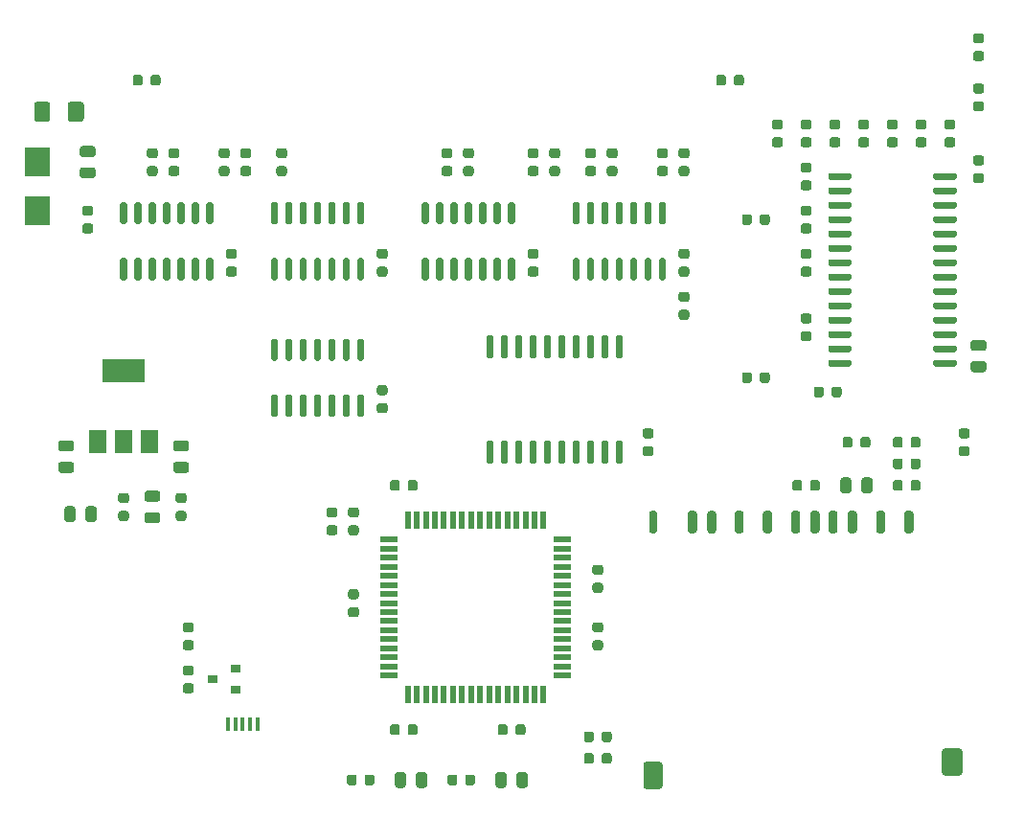
<source format=gtp>
G04 #@! TF.GenerationSoftware,KiCad,Pcbnew,(5.1.6)-1*
G04 #@! TF.CreationDate,2021-05-12T21:13:22-05:00*
G04 #@! TF.ProjectId,scuznet,7363757a-6e65-4742-9e6b-696361645f70,rev?*
G04 #@! TF.SameCoordinates,Original*
G04 #@! TF.FileFunction,Paste,Top*
G04 #@! TF.FilePolarity,Positive*
%FSLAX46Y46*%
G04 Gerber Fmt 4.6, Leading zero omitted, Abs format (unit mm)*
G04 Created by KiCad (PCBNEW (5.1.6)-1) date 2021-05-12 21:13:22*
%MOMM*%
%LPD*%
G01*
G04 APERTURE LIST*
%ADD10R,1.500000X2.000000*%
%ADD11R,3.800000X2.000000*%
%ADD12R,0.450000X1.300000*%
%ADD13R,0.900000X0.800000*%
%ADD14R,1.500000X0.550000*%
%ADD15R,0.550000X1.500000*%
%ADD16R,2.300000X2.500000*%
G04 APERTURE END LIST*
G36*
G01*
X106965000Y-137538750D02*
X106965000Y-138051250D01*
G75*
G02*
X106746250Y-138270000I-218750J0D01*
G01*
X106308750Y-138270000D01*
G75*
G02*
X106090000Y-138051250I0J218750D01*
G01*
X106090000Y-137538750D01*
G75*
G02*
X106308750Y-137320000I218750J0D01*
G01*
X106746250Y-137320000D01*
G75*
G02*
X106965000Y-137538750I0J-218750D01*
G01*
G37*
G36*
G01*
X108540000Y-137538750D02*
X108540000Y-138051250D01*
G75*
G02*
X108321250Y-138270000I-218750J0D01*
G01*
X107883750Y-138270000D01*
G75*
G02*
X107665000Y-138051250I0J218750D01*
G01*
X107665000Y-137538750D01*
G75*
G02*
X107883750Y-137320000I218750J0D01*
G01*
X108321250Y-137320000D01*
G75*
G02*
X108540000Y-137538750I0J-218750D01*
G01*
G37*
G36*
G01*
X111310000Y-137338750D02*
X111310000Y-138251250D01*
G75*
G02*
X111066250Y-138495000I-243750J0D01*
G01*
X110578750Y-138495000D01*
G75*
G02*
X110335000Y-138251250I0J243750D01*
G01*
X110335000Y-137338750D01*
G75*
G02*
X110578750Y-137095000I243750J0D01*
G01*
X111066250Y-137095000D01*
G75*
G02*
X111310000Y-137338750I0J-243750D01*
G01*
G37*
G36*
G01*
X113185000Y-137338750D02*
X113185000Y-138251250D01*
G75*
G02*
X112941250Y-138495000I-243750J0D01*
G01*
X112453750Y-138495000D01*
G75*
G02*
X112210000Y-138251250I0J243750D01*
G01*
X112210000Y-137338750D01*
G75*
G02*
X112453750Y-137095000I243750J0D01*
G01*
X112941250Y-137095000D01*
G75*
G02*
X113185000Y-137338750I0J-243750D01*
G01*
G37*
D10*
X75170000Y-107925000D03*
X79770000Y-107925000D03*
X77470000Y-107925000D03*
D11*
X77470000Y-101625000D03*
G36*
G01*
X82928750Y-125445000D02*
X83441250Y-125445000D01*
G75*
G02*
X83660000Y-125663750I0J-218750D01*
G01*
X83660000Y-126101250D01*
G75*
G02*
X83441250Y-126320000I-218750J0D01*
G01*
X82928750Y-126320000D01*
G75*
G02*
X82710000Y-126101250I0J218750D01*
G01*
X82710000Y-125663750D01*
G75*
G02*
X82928750Y-125445000I218750J0D01*
G01*
G37*
G36*
G01*
X82928750Y-123870000D02*
X83441250Y-123870000D01*
G75*
G02*
X83660000Y-124088750I0J-218750D01*
G01*
X83660000Y-124526250D01*
G75*
G02*
X83441250Y-124745000I-218750J0D01*
G01*
X82928750Y-124745000D01*
G75*
G02*
X82710000Y-124526250I0J218750D01*
G01*
X82710000Y-124088750D01*
G75*
G02*
X82928750Y-123870000I218750J0D01*
G01*
G37*
G36*
G01*
X82928750Y-129255000D02*
X83441250Y-129255000D01*
G75*
G02*
X83660000Y-129473750I0J-218750D01*
G01*
X83660000Y-129911250D01*
G75*
G02*
X83441250Y-130130000I-218750J0D01*
G01*
X82928750Y-130130000D01*
G75*
G02*
X82710000Y-129911250I0J218750D01*
G01*
X82710000Y-129473750D01*
G75*
G02*
X82928750Y-129255000I218750J0D01*
G01*
G37*
G36*
G01*
X82928750Y-127680000D02*
X83441250Y-127680000D01*
G75*
G02*
X83660000Y-127898750I0J-218750D01*
G01*
X83660000Y-128336250D01*
G75*
G02*
X83441250Y-128555000I-218750J0D01*
G01*
X82928750Y-128555000D01*
G75*
G02*
X82710000Y-128336250I0J218750D01*
G01*
X82710000Y-127898750D01*
G75*
G02*
X82928750Y-127680000I218750J0D01*
G01*
G37*
D12*
X89300000Y-132850000D03*
X88650000Y-132850000D03*
X88000000Y-132850000D03*
X87350000Y-132850000D03*
X86700000Y-132850000D03*
D13*
X85360000Y-128905000D03*
X87360000Y-127955000D03*
X87360000Y-129855000D03*
G36*
G01*
X149800000Y-137149800D02*
X149800000Y-135250200D01*
G75*
G02*
X150050200Y-135000000I250200J0D01*
G01*
X151349800Y-135000000D01*
G75*
G02*
X151600000Y-135250200I0J-250200D01*
G01*
X151600000Y-137149800D01*
G75*
G02*
X151349800Y-137400000I-250200J0D01*
G01*
X150050200Y-137400000D01*
G75*
G02*
X149800000Y-137149800I0J250200D01*
G01*
G37*
G36*
G01*
X123400000Y-138350100D02*
X123400000Y-136449900D01*
G75*
G02*
X123649900Y-136200000I249900J0D01*
G01*
X124850100Y-136200000D01*
G75*
G02*
X125100000Y-136449900I0J-249900D01*
G01*
X125100000Y-138350100D01*
G75*
G02*
X124850100Y-138600000I-249900J0D01*
G01*
X123649900Y-138600000D01*
G75*
G02*
X123400000Y-138350100I0J249900D01*
G01*
G37*
G36*
G01*
X123910000Y-115750100D02*
X123910000Y-114249900D01*
G75*
G02*
X124159900Y-114000000I249900J0D01*
G01*
X124360100Y-114000000D01*
G75*
G02*
X124610000Y-114249900I0J-249900D01*
G01*
X124610000Y-115750100D01*
G75*
G02*
X124360100Y-116000000I-249900J0D01*
G01*
X124159900Y-116000000D01*
G75*
G02*
X123910000Y-115750100I0J249900D01*
G01*
G37*
G36*
G01*
X127350000Y-115749600D02*
X127350000Y-114250400D01*
G75*
G02*
X127600400Y-114000000I250400J0D01*
G01*
X127899600Y-114000000D01*
G75*
G02*
X128150000Y-114250400I0J-250400D01*
G01*
X128150000Y-115749600D01*
G75*
G02*
X127899600Y-116000000I-250400J0D01*
G01*
X127600400Y-116000000D01*
G75*
G02*
X127350000Y-115749600I0J250400D01*
G01*
G37*
G36*
G01*
X129050000Y-115749600D02*
X129050000Y-114250400D01*
G75*
G02*
X129300400Y-114000000I250400J0D01*
G01*
X129599600Y-114000000D01*
G75*
G02*
X129850000Y-114250400I0J-250400D01*
G01*
X129850000Y-115749600D01*
G75*
G02*
X129599600Y-116000000I-250400J0D01*
G01*
X129300400Y-116000000D01*
G75*
G02*
X129050000Y-115749600I0J250400D01*
G01*
G37*
G36*
G01*
X131480000Y-115749600D02*
X131480000Y-114250400D01*
G75*
G02*
X131730400Y-114000000I250400J0D01*
G01*
X132029600Y-114000000D01*
G75*
G02*
X132280000Y-114250400I0J-250400D01*
G01*
X132280000Y-115749600D01*
G75*
G02*
X132029600Y-116000000I-250400J0D01*
G01*
X131730400Y-116000000D01*
G75*
G02*
X131480000Y-115749600I0J250400D01*
G01*
G37*
G36*
G01*
X133980000Y-115749600D02*
X133980000Y-114250400D01*
G75*
G02*
X134230400Y-114000000I250400J0D01*
G01*
X134529600Y-114000000D01*
G75*
G02*
X134780000Y-114250400I0J-250400D01*
G01*
X134780000Y-115749600D01*
G75*
G02*
X134529600Y-116000000I-250400J0D01*
G01*
X134230400Y-116000000D01*
G75*
G02*
X133980000Y-115749600I0J250400D01*
G01*
G37*
G36*
G01*
X136480000Y-115749600D02*
X136480000Y-114250400D01*
G75*
G02*
X136730400Y-114000000I250400J0D01*
G01*
X137029600Y-114000000D01*
G75*
G02*
X137280000Y-114250400I0J-250400D01*
G01*
X137280000Y-115749600D01*
G75*
G02*
X137029600Y-116000000I-250400J0D01*
G01*
X136730400Y-116000000D01*
G75*
G02*
X136480000Y-115749600I0J250400D01*
G01*
G37*
G36*
G01*
X138180000Y-115749600D02*
X138180000Y-114250400D01*
G75*
G02*
X138430400Y-114000000I250400J0D01*
G01*
X138729600Y-114000000D01*
G75*
G02*
X138980000Y-114250400I0J-250400D01*
G01*
X138980000Y-115749600D01*
G75*
G02*
X138729600Y-116000000I-250400J0D01*
G01*
X138430400Y-116000000D01*
G75*
G02*
X138180000Y-115749600I0J250400D01*
G01*
G37*
G36*
G01*
X139780000Y-115749600D02*
X139780000Y-114250400D01*
G75*
G02*
X140030400Y-114000000I250400J0D01*
G01*
X140329600Y-114000000D01*
G75*
G02*
X140580000Y-114250400I0J-250400D01*
G01*
X140580000Y-115749600D01*
G75*
G02*
X140329600Y-116000000I-250400J0D01*
G01*
X140030400Y-116000000D01*
G75*
G02*
X139780000Y-115749600I0J250400D01*
G01*
G37*
G36*
G01*
X141480000Y-115749600D02*
X141480000Y-114250400D01*
G75*
G02*
X141730400Y-114000000I250400J0D01*
G01*
X142029600Y-114000000D01*
G75*
G02*
X142280000Y-114250400I0J-250400D01*
G01*
X142280000Y-115749600D01*
G75*
G02*
X142029600Y-116000000I-250400J0D01*
G01*
X141730400Y-116000000D01*
G75*
G02*
X141480000Y-115749600I0J250400D01*
G01*
G37*
G36*
G01*
X143980000Y-115749600D02*
X143980000Y-114250400D01*
G75*
G02*
X144230400Y-114000000I250400J0D01*
G01*
X144529600Y-114000000D01*
G75*
G02*
X144780000Y-114250400I0J-250400D01*
G01*
X144780000Y-115749600D01*
G75*
G02*
X144529600Y-116000000I-250400J0D01*
G01*
X144230400Y-116000000D01*
G75*
G02*
X143980000Y-115749600I0J250400D01*
G01*
G37*
G36*
G01*
X146480000Y-115749600D02*
X146480000Y-114250400D01*
G75*
G02*
X146730400Y-114000000I250400J0D01*
G01*
X147029600Y-114000000D01*
G75*
G02*
X147280000Y-114250400I0J-250400D01*
G01*
X147280000Y-115749600D01*
G75*
G02*
X147029600Y-116000000I-250400J0D01*
G01*
X146730400Y-116000000D01*
G75*
G02*
X146480000Y-115749600I0J250400D01*
G01*
G37*
G36*
G01*
X121135000Y-107765000D02*
X121435000Y-107765000D01*
G75*
G02*
X121585000Y-107915000I0J-150000D01*
G01*
X121585000Y-109665000D01*
G75*
G02*
X121435000Y-109815000I-150000J0D01*
G01*
X121135000Y-109815000D01*
G75*
G02*
X120985000Y-109665000I0J150000D01*
G01*
X120985000Y-107915000D01*
G75*
G02*
X121135000Y-107765000I150000J0D01*
G01*
G37*
G36*
G01*
X119865000Y-107765000D02*
X120165000Y-107765000D01*
G75*
G02*
X120315000Y-107915000I0J-150000D01*
G01*
X120315000Y-109665000D01*
G75*
G02*
X120165000Y-109815000I-150000J0D01*
G01*
X119865000Y-109815000D01*
G75*
G02*
X119715000Y-109665000I0J150000D01*
G01*
X119715000Y-107915000D01*
G75*
G02*
X119865000Y-107765000I150000J0D01*
G01*
G37*
G36*
G01*
X118595000Y-107765000D02*
X118895000Y-107765000D01*
G75*
G02*
X119045000Y-107915000I0J-150000D01*
G01*
X119045000Y-109665000D01*
G75*
G02*
X118895000Y-109815000I-150000J0D01*
G01*
X118595000Y-109815000D01*
G75*
G02*
X118445000Y-109665000I0J150000D01*
G01*
X118445000Y-107915000D01*
G75*
G02*
X118595000Y-107765000I150000J0D01*
G01*
G37*
G36*
G01*
X117325000Y-107765000D02*
X117625000Y-107765000D01*
G75*
G02*
X117775000Y-107915000I0J-150000D01*
G01*
X117775000Y-109665000D01*
G75*
G02*
X117625000Y-109815000I-150000J0D01*
G01*
X117325000Y-109815000D01*
G75*
G02*
X117175000Y-109665000I0J150000D01*
G01*
X117175000Y-107915000D01*
G75*
G02*
X117325000Y-107765000I150000J0D01*
G01*
G37*
G36*
G01*
X116055000Y-107765000D02*
X116355000Y-107765000D01*
G75*
G02*
X116505000Y-107915000I0J-150000D01*
G01*
X116505000Y-109665000D01*
G75*
G02*
X116355000Y-109815000I-150000J0D01*
G01*
X116055000Y-109815000D01*
G75*
G02*
X115905000Y-109665000I0J150000D01*
G01*
X115905000Y-107915000D01*
G75*
G02*
X116055000Y-107765000I150000J0D01*
G01*
G37*
G36*
G01*
X114785000Y-107765000D02*
X115085000Y-107765000D01*
G75*
G02*
X115235000Y-107915000I0J-150000D01*
G01*
X115235000Y-109665000D01*
G75*
G02*
X115085000Y-109815000I-150000J0D01*
G01*
X114785000Y-109815000D01*
G75*
G02*
X114635000Y-109665000I0J150000D01*
G01*
X114635000Y-107915000D01*
G75*
G02*
X114785000Y-107765000I150000J0D01*
G01*
G37*
G36*
G01*
X113515000Y-107765000D02*
X113815000Y-107765000D01*
G75*
G02*
X113965000Y-107915000I0J-150000D01*
G01*
X113965000Y-109665000D01*
G75*
G02*
X113815000Y-109815000I-150000J0D01*
G01*
X113515000Y-109815000D01*
G75*
G02*
X113365000Y-109665000I0J150000D01*
G01*
X113365000Y-107915000D01*
G75*
G02*
X113515000Y-107765000I150000J0D01*
G01*
G37*
G36*
G01*
X112245000Y-107765000D02*
X112545000Y-107765000D01*
G75*
G02*
X112695000Y-107915000I0J-150000D01*
G01*
X112695000Y-109665000D01*
G75*
G02*
X112545000Y-109815000I-150000J0D01*
G01*
X112245000Y-109815000D01*
G75*
G02*
X112095000Y-109665000I0J150000D01*
G01*
X112095000Y-107915000D01*
G75*
G02*
X112245000Y-107765000I150000J0D01*
G01*
G37*
G36*
G01*
X110975000Y-107765000D02*
X111275000Y-107765000D01*
G75*
G02*
X111425000Y-107915000I0J-150000D01*
G01*
X111425000Y-109665000D01*
G75*
G02*
X111275000Y-109815000I-150000J0D01*
G01*
X110975000Y-109815000D01*
G75*
G02*
X110825000Y-109665000I0J150000D01*
G01*
X110825000Y-107915000D01*
G75*
G02*
X110975000Y-107765000I150000J0D01*
G01*
G37*
G36*
G01*
X109705000Y-107765000D02*
X110005000Y-107765000D01*
G75*
G02*
X110155000Y-107915000I0J-150000D01*
G01*
X110155000Y-109665000D01*
G75*
G02*
X110005000Y-109815000I-150000J0D01*
G01*
X109705000Y-109815000D01*
G75*
G02*
X109555000Y-109665000I0J150000D01*
G01*
X109555000Y-107915000D01*
G75*
G02*
X109705000Y-107765000I150000J0D01*
G01*
G37*
G36*
G01*
X109705000Y-98465000D02*
X110005000Y-98465000D01*
G75*
G02*
X110155000Y-98615000I0J-150000D01*
G01*
X110155000Y-100365000D01*
G75*
G02*
X110005000Y-100515000I-150000J0D01*
G01*
X109705000Y-100515000D01*
G75*
G02*
X109555000Y-100365000I0J150000D01*
G01*
X109555000Y-98615000D01*
G75*
G02*
X109705000Y-98465000I150000J0D01*
G01*
G37*
G36*
G01*
X110975000Y-98465000D02*
X111275000Y-98465000D01*
G75*
G02*
X111425000Y-98615000I0J-150000D01*
G01*
X111425000Y-100365000D01*
G75*
G02*
X111275000Y-100515000I-150000J0D01*
G01*
X110975000Y-100515000D01*
G75*
G02*
X110825000Y-100365000I0J150000D01*
G01*
X110825000Y-98615000D01*
G75*
G02*
X110975000Y-98465000I150000J0D01*
G01*
G37*
G36*
G01*
X112245000Y-98465000D02*
X112545000Y-98465000D01*
G75*
G02*
X112695000Y-98615000I0J-150000D01*
G01*
X112695000Y-100365000D01*
G75*
G02*
X112545000Y-100515000I-150000J0D01*
G01*
X112245000Y-100515000D01*
G75*
G02*
X112095000Y-100365000I0J150000D01*
G01*
X112095000Y-98615000D01*
G75*
G02*
X112245000Y-98465000I150000J0D01*
G01*
G37*
G36*
G01*
X113515000Y-98465000D02*
X113815000Y-98465000D01*
G75*
G02*
X113965000Y-98615000I0J-150000D01*
G01*
X113965000Y-100365000D01*
G75*
G02*
X113815000Y-100515000I-150000J0D01*
G01*
X113515000Y-100515000D01*
G75*
G02*
X113365000Y-100365000I0J150000D01*
G01*
X113365000Y-98615000D01*
G75*
G02*
X113515000Y-98465000I150000J0D01*
G01*
G37*
G36*
G01*
X114785000Y-98465000D02*
X115085000Y-98465000D01*
G75*
G02*
X115235000Y-98615000I0J-150000D01*
G01*
X115235000Y-100365000D01*
G75*
G02*
X115085000Y-100515000I-150000J0D01*
G01*
X114785000Y-100515000D01*
G75*
G02*
X114635000Y-100365000I0J150000D01*
G01*
X114635000Y-98615000D01*
G75*
G02*
X114785000Y-98465000I150000J0D01*
G01*
G37*
G36*
G01*
X116055000Y-98465000D02*
X116355000Y-98465000D01*
G75*
G02*
X116505000Y-98615000I0J-150000D01*
G01*
X116505000Y-100365000D01*
G75*
G02*
X116355000Y-100515000I-150000J0D01*
G01*
X116055000Y-100515000D01*
G75*
G02*
X115905000Y-100365000I0J150000D01*
G01*
X115905000Y-98615000D01*
G75*
G02*
X116055000Y-98465000I150000J0D01*
G01*
G37*
G36*
G01*
X117325000Y-98465000D02*
X117625000Y-98465000D01*
G75*
G02*
X117775000Y-98615000I0J-150000D01*
G01*
X117775000Y-100365000D01*
G75*
G02*
X117625000Y-100515000I-150000J0D01*
G01*
X117325000Y-100515000D01*
G75*
G02*
X117175000Y-100365000I0J150000D01*
G01*
X117175000Y-98615000D01*
G75*
G02*
X117325000Y-98465000I150000J0D01*
G01*
G37*
G36*
G01*
X118595000Y-98465000D02*
X118895000Y-98465000D01*
G75*
G02*
X119045000Y-98615000I0J-150000D01*
G01*
X119045000Y-100365000D01*
G75*
G02*
X118895000Y-100515000I-150000J0D01*
G01*
X118595000Y-100515000D01*
G75*
G02*
X118445000Y-100365000I0J150000D01*
G01*
X118445000Y-98615000D01*
G75*
G02*
X118595000Y-98465000I150000J0D01*
G01*
G37*
G36*
G01*
X119865000Y-98465000D02*
X120165000Y-98465000D01*
G75*
G02*
X120315000Y-98615000I0J-150000D01*
G01*
X120315000Y-100365000D01*
G75*
G02*
X120165000Y-100515000I-150000J0D01*
G01*
X119865000Y-100515000D01*
G75*
G02*
X119715000Y-100365000I0J150000D01*
G01*
X119715000Y-98615000D01*
G75*
G02*
X119865000Y-98465000I150000J0D01*
G01*
G37*
G36*
G01*
X121135000Y-98465000D02*
X121435000Y-98465000D01*
G75*
G02*
X121585000Y-98615000I0J-150000D01*
G01*
X121585000Y-100365000D01*
G75*
G02*
X121435000Y-100515000I-150000J0D01*
G01*
X121135000Y-100515000D01*
G75*
G02*
X120985000Y-100365000I0J150000D01*
G01*
X120985000Y-98615000D01*
G75*
G02*
X121135000Y-98465000I150000J0D01*
G01*
G37*
G36*
G01*
X141790000Y-100815000D02*
X141790000Y-101115000D01*
G75*
G02*
X141640000Y-101265000I-150000J0D01*
G01*
X139890000Y-101265000D01*
G75*
G02*
X139740000Y-101115000I0J150000D01*
G01*
X139740000Y-100815000D01*
G75*
G02*
X139890000Y-100665000I150000J0D01*
G01*
X141640000Y-100665000D01*
G75*
G02*
X141790000Y-100815000I0J-150000D01*
G01*
G37*
G36*
G01*
X141790000Y-99545000D02*
X141790000Y-99845000D01*
G75*
G02*
X141640000Y-99995000I-150000J0D01*
G01*
X139890000Y-99995000D01*
G75*
G02*
X139740000Y-99845000I0J150000D01*
G01*
X139740000Y-99545000D01*
G75*
G02*
X139890000Y-99395000I150000J0D01*
G01*
X141640000Y-99395000D01*
G75*
G02*
X141790000Y-99545000I0J-150000D01*
G01*
G37*
G36*
G01*
X141790000Y-98275000D02*
X141790000Y-98575000D01*
G75*
G02*
X141640000Y-98725000I-150000J0D01*
G01*
X139890000Y-98725000D01*
G75*
G02*
X139740000Y-98575000I0J150000D01*
G01*
X139740000Y-98275000D01*
G75*
G02*
X139890000Y-98125000I150000J0D01*
G01*
X141640000Y-98125000D01*
G75*
G02*
X141790000Y-98275000I0J-150000D01*
G01*
G37*
G36*
G01*
X141790000Y-97005000D02*
X141790000Y-97305000D01*
G75*
G02*
X141640000Y-97455000I-150000J0D01*
G01*
X139890000Y-97455000D01*
G75*
G02*
X139740000Y-97305000I0J150000D01*
G01*
X139740000Y-97005000D01*
G75*
G02*
X139890000Y-96855000I150000J0D01*
G01*
X141640000Y-96855000D01*
G75*
G02*
X141790000Y-97005000I0J-150000D01*
G01*
G37*
G36*
G01*
X141790000Y-95735000D02*
X141790000Y-96035000D01*
G75*
G02*
X141640000Y-96185000I-150000J0D01*
G01*
X139890000Y-96185000D01*
G75*
G02*
X139740000Y-96035000I0J150000D01*
G01*
X139740000Y-95735000D01*
G75*
G02*
X139890000Y-95585000I150000J0D01*
G01*
X141640000Y-95585000D01*
G75*
G02*
X141790000Y-95735000I0J-150000D01*
G01*
G37*
G36*
G01*
X141790000Y-94465000D02*
X141790000Y-94765000D01*
G75*
G02*
X141640000Y-94915000I-150000J0D01*
G01*
X139890000Y-94915000D01*
G75*
G02*
X139740000Y-94765000I0J150000D01*
G01*
X139740000Y-94465000D01*
G75*
G02*
X139890000Y-94315000I150000J0D01*
G01*
X141640000Y-94315000D01*
G75*
G02*
X141790000Y-94465000I0J-150000D01*
G01*
G37*
G36*
G01*
X141790000Y-93195000D02*
X141790000Y-93495000D01*
G75*
G02*
X141640000Y-93645000I-150000J0D01*
G01*
X139890000Y-93645000D01*
G75*
G02*
X139740000Y-93495000I0J150000D01*
G01*
X139740000Y-93195000D01*
G75*
G02*
X139890000Y-93045000I150000J0D01*
G01*
X141640000Y-93045000D01*
G75*
G02*
X141790000Y-93195000I0J-150000D01*
G01*
G37*
G36*
G01*
X141790000Y-91925000D02*
X141790000Y-92225000D01*
G75*
G02*
X141640000Y-92375000I-150000J0D01*
G01*
X139890000Y-92375000D01*
G75*
G02*
X139740000Y-92225000I0J150000D01*
G01*
X139740000Y-91925000D01*
G75*
G02*
X139890000Y-91775000I150000J0D01*
G01*
X141640000Y-91775000D01*
G75*
G02*
X141790000Y-91925000I0J-150000D01*
G01*
G37*
G36*
G01*
X141790000Y-90655000D02*
X141790000Y-90955000D01*
G75*
G02*
X141640000Y-91105000I-150000J0D01*
G01*
X139890000Y-91105000D01*
G75*
G02*
X139740000Y-90955000I0J150000D01*
G01*
X139740000Y-90655000D01*
G75*
G02*
X139890000Y-90505000I150000J0D01*
G01*
X141640000Y-90505000D01*
G75*
G02*
X141790000Y-90655000I0J-150000D01*
G01*
G37*
G36*
G01*
X141790000Y-89385000D02*
X141790000Y-89685000D01*
G75*
G02*
X141640000Y-89835000I-150000J0D01*
G01*
X139890000Y-89835000D01*
G75*
G02*
X139740000Y-89685000I0J150000D01*
G01*
X139740000Y-89385000D01*
G75*
G02*
X139890000Y-89235000I150000J0D01*
G01*
X141640000Y-89235000D01*
G75*
G02*
X141790000Y-89385000I0J-150000D01*
G01*
G37*
G36*
G01*
X141790000Y-88115000D02*
X141790000Y-88415000D01*
G75*
G02*
X141640000Y-88565000I-150000J0D01*
G01*
X139890000Y-88565000D01*
G75*
G02*
X139740000Y-88415000I0J150000D01*
G01*
X139740000Y-88115000D01*
G75*
G02*
X139890000Y-87965000I150000J0D01*
G01*
X141640000Y-87965000D01*
G75*
G02*
X141790000Y-88115000I0J-150000D01*
G01*
G37*
G36*
G01*
X141790000Y-86845000D02*
X141790000Y-87145000D01*
G75*
G02*
X141640000Y-87295000I-150000J0D01*
G01*
X139890000Y-87295000D01*
G75*
G02*
X139740000Y-87145000I0J150000D01*
G01*
X139740000Y-86845000D01*
G75*
G02*
X139890000Y-86695000I150000J0D01*
G01*
X141640000Y-86695000D01*
G75*
G02*
X141790000Y-86845000I0J-150000D01*
G01*
G37*
G36*
G01*
X141790000Y-85575000D02*
X141790000Y-85875000D01*
G75*
G02*
X141640000Y-86025000I-150000J0D01*
G01*
X139890000Y-86025000D01*
G75*
G02*
X139740000Y-85875000I0J150000D01*
G01*
X139740000Y-85575000D01*
G75*
G02*
X139890000Y-85425000I150000J0D01*
G01*
X141640000Y-85425000D01*
G75*
G02*
X141790000Y-85575000I0J-150000D01*
G01*
G37*
G36*
G01*
X141790000Y-84305000D02*
X141790000Y-84605000D01*
G75*
G02*
X141640000Y-84755000I-150000J0D01*
G01*
X139890000Y-84755000D01*
G75*
G02*
X139740000Y-84605000I0J150000D01*
G01*
X139740000Y-84305000D01*
G75*
G02*
X139890000Y-84155000I150000J0D01*
G01*
X141640000Y-84155000D01*
G75*
G02*
X141790000Y-84305000I0J-150000D01*
G01*
G37*
G36*
G01*
X151090000Y-84305000D02*
X151090000Y-84605000D01*
G75*
G02*
X150940000Y-84755000I-150000J0D01*
G01*
X149190000Y-84755000D01*
G75*
G02*
X149040000Y-84605000I0J150000D01*
G01*
X149040000Y-84305000D01*
G75*
G02*
X149190000Y-84155000I150000J0D01*
G01*
X150940000Y-84155000D01*
G75*
G02*
X151090000Y-84305000I0J-150000D01*
G01*
G37*
G36*
G01*
X151090000Y-85575000D02*
X151090000Y-85875000D01*
G75*
G02*
X150940000Y-86025000I-150000J0D01*
G01*
X149190000Y-86025000D01*
G75*
G02*
X149040000Y-85875000I0J150000D01*
G01*
X149040000Y-85575000D01*
G75*
G02*
X149190000Y-85425000I150000J0D01*
G01*
X150940000Y-85425000D01*
G75*
G02*
X151090000Y-85575000I0J-150000D01*
G01*
G37*
G36*
G01*
X151090000Y-86845000D02*
X151090000Y-87145000D01*
G75*
G02*
X150940000Y-87295000I-150000J0D01*
G01*
X149190000Y-87295000D01*
G75*
G02*
X149040000Y-87145000I0J150000D01*
G01*
X149040000Y-86845000D01*
G75*
G02*
X149190000Y-86695000I150000J0D01*
G01*
X150940000Y-86695000D01*
G75*
G02*
X151090000Y-86845000I0J-150000D01*
G01*
G37*
G36*
G01*
X151090000Y-88115000D02*
X151090000Y-88415000D01*
G75*
G02*
X150940000Y-88565000I-150000J0D01*
G01*
X149190000Y-88565000D01*
G75*
G02*
X149040000Y-88415000I0J150000D01*
G01*
X149040000Y-88115000D01*
G75*
G02*
X149190000Y-87965000I150000J0D01*
G01*
X150940000Y-87965000D01*
G75*
G02*
X151090000Y-88115000I0J-150000D01*
G01*
G37*
G36*
G01*
X151090000Y-89385000D02*
X151090000Y-89685000D01*
G75*
G02*
X150940000Y-89835000I-150000J0D01*
G01*
X149190000Y-89835000D01*
G75*
G02*
X149040000Y-89685000I0J150000D01*
G01*
X149040000Y-89385000D01*
G75*
G02*
X149190000Y-89235000I150000J0D01*
G01*
X150940000Y-89235000D01*
G75*
G02*
X151090000Y-89385000I0J-150000D01*
G01*
G37*
G36*
G01*
X151090000Y-90655000D02*
X151090000Y-90955000D01*
G75*
G02*
X150940000Y-91105000I-150000J0D01*
G01*
X149190000Y-91105000D01*
G75*
G02*
X149040000Y-90955000I0J150000D01*
G01*
X149040000Y-90655000D01*
G75*
G02*
X149190000Y-90505000I150000J0D01*
G01*
X150940000Y-90505000D01*
G75*
G02*
X151090000Y-90655000I0J-150000D01*
G01*
G37*
G36*
G01*
X151090000Y-91925000D02*
X151090000Y-92225000D01*
G75*
G02*
X150940000Y-92375000I-150000J0D01*
G01*
X149190000Y-92375000D01*
G75*
G02*
X149040000Y-92225000I0J150000D01*
G01*
X149040000Y-91925000D01*
G75*
G02*
X149190000Y-91775000I150000J0D01*
G01*
X150940000Y-91775000D01*
G75*
G02*
X151090000Y-91925000I0J-150000D01*
G01*
G37*
G36*
G01*
X151090000Y-93195000D02*
X151090000Y-93495000D01*
G75*
G02*
X150940000Y-93645000I-150000J0D01*
G01*
X149190000Y-93645000D01*
G75*
G02*
X149040000Y-93495000I0J150000D01*
G01*
X149040000Y-93195000D01*
G75*
G02*
X149190000Y-93045000I150000J0D01*
G01*
X150940000Y-93045000D01*
G75*
G02*
X151090000Y-93195000I0J-150000D01*
G01*
G37*
G36*
G01*
X151090000Y-94465000D02*
X151090000Y-94765000D01*
G75*
G02*
X150940000Y-94915000I-150000J0D01*
G01*
X149190000Y-94915000D01*
G75*
G02*
X149040000Y-94765000I0J150000D01*
G01*
X149040000Y-94465000D01*
G75*
G02*
X149190000Y-94315000I150000J0D01*
G01*
X150940000Y-94315000D01*
G75*
G02*
X151090000Y-94465000I0J-150000D01*
G01*
G37*
G36*
G01*
X151090000Y-95735000D02*
X151090000Y-96035000D01*
G75*
G02*
X150940000Y-96185000I-150000J0D01*
G01*
X149190000Y-96185000D01*
G75*
G02*
X149040000Y-96035000I0J150000D01*
G01*
X149040000Y-95735000D01*
G75*
G02*
X149190000Y-95585000I150000J0D01*
G01*
X150940000Y-95585000D01*
G75*
G02*
X151090000Y-95735000I0J-150000D01*
G01*
G37*
G36*
G01*
X151090000Y-97005000D02*
X151090000Y-97305000D01*
G75*
G02*
X150940000Y-97455000I-150000J0D01*
G01*
X149190000Y-97455000D01*
G75*
G02*
X149040000Y-97305000I0J150000D01*
G01*
X149040000Y-97005000D01*
G75*
G02*
X149190000Y-96855000I150000J0D01*
G01*
X150940000Y-96855000D01*
G75*
G02*
X151090000Y-97005000I0J-150000D01*
G01*
G37*
G36*
G01*
X151090000Y-98275000D02*
X151090000Y-98575000D01*
G75*
G02*
X150940000Y-98725000I-150000J0D01*
G01*
X149190000Y-98725000D01*
G75*
G02*
X149040000Y-98575000I0J150000D01*
G01*
X149040000Y-98275000D01*
G75*
G02*
X149190000Y-98125000I150000J0D01*
G01*
X150940000Y-98125000D01*
G75*
G02*
X151090000Y-98275000I0J-150000D01*
G01*
G37*
G36*
G01*
X151090000Y-99545000D02*
X151090000Y-99845000D01*
G75*
G02*
X150940000Y-99995000I-150000J0D01*
G01*
X149190000Y-99995000D01*
G75*
G02*
X149040000Y-99845000I0J150000D01*
G01*
X149040000Y-99545000D01*
G75*
G02*
X149190000Y-99395000I150000J0D01*
G01*
X150940000Y-99395000D01*
G75*
G02*
X151090000Y-99545000I0J-150000D01*
G01*
G37*
G36*
G01*
X151090000Y-100815000D02*
X151090000Y-101115000D01*
G75*
G02*
X150940000Y-101265000I-150000J0D01*
G01*
X149190000Y-101265000D01*
G75*
G02*
X149040000Y-101115000I0J150000D01*
G01*
X149040000Y-100815000D01*
G75*
G02*
X149190000Y-100665000I150000J0D01*
G01*
X150940000Y-100665000D01*
G75*
G02*
X151090000Y-100815000I0J-150000D01*
G01*
G37*
G36*
G01*
X98275000Y-91670000D02*
X98575000Y-91670000D01*
G75*
G02*
X98725000Y-91820000I0J-150000D01*
G01*
X98725000Y-93470000D01*
G75*
G02*
X98575000Y-93620000I-150000J0D01*
G01*
X98275000Y-93620000D01*
G75*
G02*
X98125000Y-93470000I0J150000D01*
G01*
X98125000Y-91820000D01*
G75*
G02*
X98275000Y-91670000I150000J0D01*
G01*
G37*
G36*
G01*
X97005000Y-91670000D02*
X97305000Y-91670000D01*
G75*
G02*
X97455000Y-91820000I0J-150000D01*
G01*
X97455000Y-93470000D01*
G75*
G02*
X97305000Y-93620000I-150000J0D01*
G01*
X97005000Y-93620000D01*
G75*
G02*
X96855000Y-93470000I0J150000D01*
G01*
X96855000Y-91820000D01*
G75*
G02*
X97005000Y-91670000I150000J0D01*
G01*
G37*
G36*
G01*
X95735000Y-91670000D02*
X96035000Y-91670000D01*
G75*
G02*
X96185000Y-91820000I0J-150000D01*
G01*
X96185000Y-93470000D01*
G75*
G02*
X96035000Y-93620000I-150000J0D01*
G01*
X95735000Y-93620000D01*
G75*
G02*
X95585000Y-93470000I0J150000D01*
G01*
X95585000Y-91820000D01*
G75*
G02*
X95735000Y-91670000I150000J0D01*
G01*
G37*
G36*
G01*
X94465000Y-91670000D02*
X94765000Y-91670000D01*
G75*
G02*
X94915000Y-91820000I0J-150000D01*
G01*
X94915000Y-93470000D01*
G75*
G02*
X94765000Y-93620000I-150000J0D01*
G01*
X94465000Y-93620000D01*
G75*
G02*
X94315000Y-93470000I0J150000D01*
G01*
X94315000Y-91820000D01*
G75*
G02*
X94465000Y-91670000I150000J0D01*
G01*
G37*
G36*
G01*
X93195000Y-91670000D02*
X93495000Y-91670000D01*
G75*
G02*
X93645000Y-91820000I0J-150000D01*
G01*
X93645000Y-93470000D01*
G75*
G02*
X93495000Y-93620000I-150000J0D01*
G01*
X93195000Y-93620000D01*
G75*
G02*
X93045000Y-93470000I0J150000D01*
G01*
X93045000Y-91820000D01*
G75*
G02*
X93195000Y-91670000I150000J0D01*
G01*
G37*
G36*
G01*
X91925000Y-91670000D02*
X92225000Y-91670000D01*
G75*
G02*
X92375000Y-91820000I0J-150000D01*
G01*
X92375000Y-93470000D01*
G75*
G02*
X92225000Y-93620000I-150000J0D01*
G01*
X91925000Y-93620000D01*
G75*
G02*
X91775000Y-93470000I0J150000D01*
G01*
X91775000Y-91820000D01*
G75*
G02*
X91925000Y-91670000I150000J0D01*
G01*
G37*
G36*
G01*
X90655000Y-91670000D02*
X90955000Y-91670000D01*
G75*
G02*
X91105000Y-91820000I0J-150000D01*
G01*
X91105000Y-93470000D01*
G75*
G02*
X90955000Y-93620000I-150000J0D01*
G01*
X90655000Y-93620000D01*
G75*
G02*
X90505000Y-93470000I0J150000D01*
G01*
X90505000Y-91820000D01*
G75*
G02*
X90655000Y-91670000I150000J0D01*
G01*
G37*
G36*
G01*
X90655000Y-86720000D02*
X90955000Y-86720000D01*
G75*
G02*
X91105000Y-86870000I0J-150000D01*
G01*
X91105000Y-88520000D01*
G75*
G02*
X90955000Y-88670000I-150000J0D01*
G01*
X90655000Y-88670000D01*
G75*
G02*
X90505000Y-88520000I0J150000D01*
G01*
X90505000Y-86870000D01*
G75*
G02*
X90655000Y-86720000I150000J0D01*
G01*
G37*
G36*
G01*
X91925000Y-86720000D02*
X92225000Y-86720000D01*
G75*
G02*
X92375000Y-86870000I0J-150000D01*
G01*
X92375000Y-88520000D01*
G75*
G02*
X92225000Y-88670000I-150000J0D01*
G01*
X91925000Y-88670000D01*
G75*
G02*
X91775000Y-88520000I0J150000D01*
G01*
X91775000Y-86870000D01*
G75*
G02*
X91925000Y-86720000I150000J0D01*
G01*
G37*
G36*
G01*
X93195000Y-86720000D02*
X93495000Y-86720000D01*
G75*
G02*
X93645000Y-86870000I0J-150000D01*
G01*
X93645000Y-88520000D01*
G75*
G02*
X93495000Y-88670000I-150000J0D01*
G01*
X93195000Y-88670000D01*
G75*
G02*
X93045000Y-88520000I0J150000D01*
G01*
X93045000Y-86870000D01*
G75*
G02*
X93195000Y-86720000I150000J0D01*
G01*
G37*
G36*
G01*
X94465000Y-86720000D02*
X94765000Y-86720000D01*
G75*
G02*
X94915000Y-86870000I0J-150000D01*
G01*
X94915000Y-88520000D01*
G75*
G02*
X94765000Y-88670000I-150000J0D01*
G01*
X94465000Y-88670000D01*
G75*
G02*
X94315000Y-88520000I0J150000D01*
G01*
X94315000Y-86870000D01*
G75*
G02*
X94465000Y-86720000I150000J0D01*
G01*
G37*
G36*
G01*
X95735000Y-86720000D02*
X96035000Y-86720000D01*
G75*
G02*
X96185000Y-86870000I0J-150000D01*
G01*
X96185000Y-88520000D01*
G75*
G02*
X96035000Y-88670000I-150000J0D01*
G01*
X95735000Y-88670000D01*
G75*
G02*
X95585000Y-88520000I0J150000D01*
G01*
X95585000Y-86870000D01*
G75*
G02*
X95735000Y-86720000I150000J0D01*
G01*
G37*
G36*
G01*
X97005000Y-86720000D02*
X97305000Y-86720000D01*
G75*
G02*
X97455000Y-86870000I0J-150000D01*
G01*
X97455000Y-88520000D01*
G75*
G02*
X97305000Y-88670000I-150000J0D01*
G01*
X97005000Y-88670000D01*
G75*
G02*
X96855000Y-88520000I0J150000D01*
G01*
X96855000Y-86870000D01*
G75*
G02*
X97005000Y-86720000I150000J0D01*
G01*
G37*
G36*
G01*
X98275000Y-86720000D02*
X98575000Y-86720000D01*
G75*
G02*
X98725000Y-86870000I0J-150000D01*
G01*
X98725000Y-88520000D01*
G75*
G02*
X98575000Y-88670000I-150000J0D01*
G01*
X98275000Y-88670000D01*
G75*
G02*
X98125000Y-88520000I0J150000D01*
G01*
X98125000Y-86870000D01*
G75*
G02*
X98275000Y-86720000I150000J0D01*
G01*
G37*
G36*
G01*
X124945000Y-91670000D02*
X125245000Y-91670000D01*
G75*
G02*
X125395000Y-91820000I0J-150000D01*
G01*
X125395000Y-93470000D01*
G75*
G02*
X125245000Y-93620000I-150000J0D01*
G01*
X124945000Y-93620000D01*
G75*
G02*
X124795000Y-93470000I0J150000D01*
G01*
X124795000Y-91820000D01*
G75*
G02*
X124945000Y-91670000I150000J0D01*
G01*
G37*
G36*
G01*
X123675000Y-91670000D02*
X123975000Y-91670000D01*
G75*
G02*
X124125000Y-91820000I0J-150000D01*
G01*
X124125000Y-93470000D01*
G75*
G02*
X123975000Y-93620000I-150000J0D01*
G01*
X123675000Y-93620000D01*
G75*
G02*
X123525000Y-93470000I0J150000D01*
G01*
X123525000Y-91820000D01*
G75*
G02*
X123675000Y-91670000I150000J0D01*
G01*
G37*
G36*
G01*
X122405000Y-91670000D02*
X122705000Y-91670000D01*
G75*
G02*
X122855000Y-91820000I0J-150000D01*
G01*
X122855000Y-93470000D01*
G75*
G02*
X122705000Y-93620000I-150000J0D01*
G01*
X122405000Y-93620000D01*
G75*
G02*
X122255000Y-93470000I0J150000D01*
G01*
X122255000Y-91820000D01*
G75*
G02*
X122405000Y-91670000I150000J0D01*
G01*
G37*
G36*
G01*
X121135000Y-91670000D02*
X121435000Y-91670000D01*
G75*
G02*
X121585000Y-91820000I0J-150000D01*
G01*
X121585000Y-93470000D01*
G75*
G02*
X121435000Y-93620000I-150000J0D01*
G01*
X121135000Y-93620000D01*
G75*
G02*
X120985000Y-93470000I0J150000D01*
G01*
X120985000Y-91820000D01*
G75*
G02*
X121135000Y-91670000I150000J0D01*
G01*
G37*
G36*
G01*
X119865000Y-91670000D02*
X120165000Y-91670000D01*
G75*
G02*
X120315000Y-91820000I0J-150000D01*
G01*
X120315000Y-93470000D01*
G75*
G02*
X120165000Y-93620000I-150000J0D01*
G01*
X119865000Y-93620000D01*
G75*
G02*
X119715000Y-93470000I0J150000D01*
G01*
X119715000Y-91820000D01*
G75*
G02*
X119865000Y-91670000I150000J0D01*
G01*
G37*
G36*
G01*
X118595000Y-91670000D02*
X118895000Y-91670000D01*
G75*
G02*
X119045000Y-91820000I0J-150000D01*
G01*
X119045000Y-93470000D01*
G75*
G02*
X118895000Y-93620000I-150000J0D01*
G01*
X118595000Y-93620000D01*
G75*
G02*
X118445000Y-93470000I0J150000D01*
G01*
X118445000Y-91820000D01*
G75*
G02*
X118595000Y-91670000I150000J0D01*
G01*
G37*
G36*
G01*
X117325000Y-91670000D02*
X117625000Y-91670000D01*
G75*
G02*
X117775000Y-91820000I0J-150000D01*
G01*
X117775000Y-93470000D01*
G75*
G02*
X117625000Y-93620000I-150000J0D01*
G01*
X117325000Y-93620000D01*
G75*
G02*
X117175000Y-93470000I0J150000D01*
G01*
X117175000Y-91820000D01*
G75*
G02*
X117325000Y-91670000I150000J0D01*
G01*
G37*
G36*
G01*
X117325000Y-86720000D02*
X117625000Y-86720000D01*
G75*
G02*
X117775000Y-86870000I0J-150000D01*
G01*
X117775000Y-88520000D01*
G75*
G02*
X117625000Y-88670000I-150000J0D01*
G01*
X117325000Y-88670000D01*
G75*
G02*
X117175000Y-88520000I0J150000D01*
G01*
X117175000Y-86870000D01*
G75*
G02*
X117325000Y-86720000I150000J0D01*
G01*
G37*
G36*
G01*
X118595000Y-86720000D02*
X118895000Y-86720000D01*
G75*
G02*
X119045000Y-86870000I0J-150000D01*
G01*
X119045000Y-88520000D01*
G75*
G02*
X118895000Y-88670000I-150000J0D01*
G01*
X118595000Y-88670000D01*
G75*
G02*
X118445000Y-88520000I0J150000D01*
G01*
X118445000Y-86870000D01*
G75*
G02*
X118595000Y-86720000I150000J0D01*
G01*
G37*
G36*
G01*
X119865000Y-86720000D02*
X120165000Y-86720000D01*
G75*
G02*
X120315000Y-86870000I0J-150000D01*
G01*
X120315000Y-88520000D01*
G75*
G02*
X120165000Y-88670000I-150000J0D01*
G01*
X119865000Y-88670000D01*
G75*
G02*
X119715000Y-88520000I0J150000D01*
G01*
X119715000Y-86870000D01*
G75*
G02*
X119865000Y-86720000I150000J0D01*
G01*
G37*
G36*
G01*
X121135000Y-86720000D02*
X121435000Y-86720000D01*
G75*
G02*
X121585000Y-86870000I0J-150000D01*
G01*
X121585000Y-88520000D01*
G75*
G02*
X121435000Y-88670000I-150000J0D01*
G01*
X121135000Y-88670000D01*
G75*
G02*
X120985000Y-88520000I0J150000D01*
G01*
X120985000Y-86870000D01*
G75*
G02*
X121135000Y-86720000I150000J0D01*
G01*
G37*
G36*
G01*
X122405000Y-86720000D02*
X122705000Y-86720000D01*
G75*
G02*
X122855000Y-86870000I0J-150000D01*
G01*
X122855000Y-88520000D01*
G75*
G02*
X122705000Y-88670000I-150000J0D01*
G01*
X122405000Y-88670000D01*
G75*
G02*
X122255000Y-88520000I0J150000D01*
G01*
X122255000Y-86870000D01*
G75*
G02*
X122405000Y-86720000I150000J0D01*
G01*
G37*
G36*
G01*
X123675000Y-86720000D02*
X123975000Y-86720000D01*
G75*
G02*
X124125000Y-86870000I0J-150000D01*
G01*
X124125000Y-88520000D01*
G75*
G02*
X123975000Y-88670000I-150000J0D01*
G01*
X123675000Y-88670000D01*
G75*
G02*
X123525000Y-88520000I0J150000D01*
G01*
X123525000Y-86870000D01*
G75*
G02*
X123675000Y-86720000I150000J0D01*
G01*
G37*
G36*
G01*
X124945000Y-86720000D02*
X125245000Y-86720000D01*
G75*
G02*
X125395000Y-86870000I0J-150000D01*
G01*
X125395000Y-88520000D01*
G75*
G02*
X125245000Y-88670000I-150000J0D01*
G01*
X124945000Y-88670000D01*
G75*
G02*
X124795000Y-88520000I0J150000D01*
G01*
X124795000Y-86870000D01*
G75*
G02*
X124945000Y-86720000I150000J0D01*
G01*
G37*
G36*
G01*
X111610000Y-91670000D02*
X111910000Y-91670000D01*
G75*
G02*
X112060000Y-91820000I0J-150000D01*
G01*
X112060000Y-93470000D01*
G75*
G02*
X111910000Y-93620000I-150000J0D01*
G01*
X111610000Y-93620000D01*
G75*
G02*
X111460000Y-93470000I0J150000D01*
G01*
X111460000Y-91820000D01*
G75*
G02*
X111610000Y-91670000I150000J0D01*
G01*
G37*
G36*
G01*
X110340000Y-91670000D02*
X110640000Y-91670000D01*
G75*
G02*
X110790000Y-91820000I0J-150000D01*
G01*
X110790000Y-93470000D01*
G75*
G02*
X110640000Y-93620000I-150000J0D01*
G01*
X110340000Y-93620000D01*
G75*
G02*
X110190000Y-93470000I0J150000D01*
G01*
X110190000Y-91820000D01*
G75*
G02*
X110340000Y-91670000I150000J0D01*
G01*
G37*
G36*
G01*
X109070000Y-91670000D02*
X109370000Y-91670000D01*
G75*
G02*
X109520000Y-91820000I0J-150000D01*
G01*
X109520000Y-93470000D01*
G75*
G02*
X109370000Y-93620000I-150000J0D01*
G01*
X109070000Y-93620000D01*
G75*
G02*
X108920000Y-93470000I0J150000D01*
G01*
X108920000Y-91820000D01*
G75*
G02*
X109070000Y-91670000I150000J0D01*
G01*
G37*
G36*
G01*
X107800000Y-91670000D02*
X108100000Y-91670000D01*
G75*
G02*
X108250000Y-91820000I0J-150000D01*
G01*
X108250000Y-93470000D01*
G75*
G02*
X108100000Y-93620000I-150000J0D01*
G01*
X107800000Y-93620000D01*
G75*
G02*
X107650000Y-93470000I0J150000D01*
G01*
X107650000Y-91820000D01*
G75*
G02*
X107800000Y-91670000I150000J0D01*
G01*
G37*
G36*
G01*
X106530000Y-91670000D02*
X106830000Y-91670000D01*
G75*
G02*
X106980000Y-91820000I0J-150000D01*
G01*
X106980000Y-93470000D01*
G75*
G02*
X106830000Y-93620000I-150000J0D01*
G01*
X106530000Y-93620000D01*
G75*
G02*
X106380000Y-93470000I0J150000D01*
G01*
X106380000Y-91820000D01*
G75*
G02*
X106530000Y-91670000I150000J0D01*
G01*
G37*
G36*
G01*
X105260000Y-91670000D02*
X105560000Y-91670000D01*
G75*
G02*
X105710000Y-91820000I0J-150000D01*
G01*
X105710000Y-93470000D01*
G75*
G02*
X105560000Y-93620000I-150000J0D01*
G01*
X105260000Y-93620000D01*
G75*
G02*
X105110000Y-93470000I0J150000D01*
G01*
X105110000Y-91820000D01*
G75*
G02*
X105260000Y-91670000I150000J0D01*
G01*
G37*
G36*
G01*
X103990000Y-91670000D02*
X104290000Y-91670000D01*
G75*
G02*
X104440000Y-91820000I0J-150000D01*
G01*
X104440000Y-93470000D01*
G75*
G02*
X104290000Y-93620000I-150000J0D01*
G01*
X103990000Y-93620000D01*
G75*
G02*
X103840000Y-93470000I0J150000D01*
G01*
X103840000Y-91820000D01*
G75*
G02*
X103990000Y-91670000I150000J0D01*
G01*
G37*
G36*
G01*
X103990000Y-86720000D02*
X104290000Y-86720000D01*
G75*
G02*
X104440000Y-86870000I0J-150000D01*
G01*
X104440000Y-88520000D01*
G75*
G02*
X104290000Y-88670000I-150000J0D01*
G01*
X103990000Y-88670000D01*
G75*
G02*
X103840000Y-88520000I0J150000D01*
G01*
X103840000Y-86870000D01*
G75*
G02*
X103990000Y-86720000I150000J0D01*
G01*
G37*
G36*
G01*
X105260000Y-86720000D02*
X105560000Y-86720000D01*
G75*
G02*
X105710000Y-86870000I0J-150000D01*
G01*
X105710000Y-88520000D01*
G75*
G02*
X105560000Y-88670000I-150000J0D01*
G01*
X105260000Y-88670000D01*
G75*
G02*
X105110000Y-88520000I0J150000D01*
G01*
X105110000Y-86870000D01*
G75*
G02*
X105260000Y-86720000I150000J0D01*
G01*
G37*
G36*
G01*
X106530000Y-86720000D02*
X106830000Y-86720000D01*
G75*
G02*
X106980000Y-86870000I0J-150000D01*
G01*
X106980000Y-88520000D01*
G75*
G02*
X106830000Y-88670000I-150000J0D01*
G01*
X106530000Y-88670000D01*
G75*
G02*
X106380000Y-88520000I0J150000D01*
G01*
X106380000Y-86870000D01*
G75*
G02*
X106530000Y-86720000I150000J0D01*
G01*
G37*
G36*
G01*
X107800000Y-86720000D02*
X108100000Y-86720000D01*
G75*
G02*
X108250000Y-86870000I0J-150000D01*
G01*
X108250000Y-88520000D01*
G75*
G02*
X108100000Y-88670000I-150000J0D01*
G01*
X107800000Y-88670000D01*
G75*
G02*
X107650000Y-88520000I0J150000D01*
G01*
X107650000Y-86870000D01*
G75*
G02*
X107800000Y-86720000I150000J0D01*
G01*
G37*
G36*
G01*
X109070000Y-86720000D02*
X109370000Y-86720000D01*
G75*
G02*
X109520000Y-86870000I0J-150000D01*
G01*
X109520000Y-88520000D01*
G75*
G02*
X109370000Y-88670000I-150000J0D01*
G01*
X109070000Y-88670000D01*
G75*
G02*
X108920000Y-88520000I0J150000D01*
G01*
X108920000Y-86870000D01*
G75*
G02*
X109070000Y-86720000I150000J0D01*
G01*
G37*
G36*
G01*
X110340000Y-86720000D02*
X110640000Y-86720000D01*
G75*
G02*
X110790000Y-86870000I0J-150000D01*
G01*
X110790000Y-88520000D01*
G75*
G02*
X110640000Y-88670000I-150000J0D01*
G01*
X110340000Y-88670000D01*
G75*
G02*
X110190000Y-88520000I0J150000D01*
G01*
X110190000Y-86870000D01*
G75*
G02*
X110340000Y-86720000I150000J0D01*
G01*
G37*
G36*
G01*
X111610000Y-86720000D02*
X111910000Y-86720000D01*
G75*
G02*
X112060000Y-86870000I0J-150000D01*
G01*
X112060000Y-88520000D01*
G75*
G02*
X111910000Y-88670000I-150000J0D01*
G01*
X111610000Y-88670000D01*
G75*
G02*
X111460000Y-88520000I0J150000D01*
G01*
X111460000Y-86870000D01*
G75*
G02*
X111610000Y-86720000I150000J0D01*
G01*
G37*
G36*
G01*
X84940000Y-91670000D02*
X85240000Y-91670000D01*
G75*
G02*
X85390000Y-91820000I0J-150000D01*
G01*
X85390000Y-93470000D01*
G75*
G02*
X85240000Y-93620000I-150000J0D01*
G01*
X84940000Y-93620000D01*
G75*
G02*
X84790000Y-93470000I0J150000D01*
G01*
X84790000Y-91820000D01*
G75*
G02*
X84940000Y-91670000I150000J0D01*
G01*
G37*
G36*
G01*
X83670000Y-91670000D02*
X83970000Y-91670000D01*
G75*
G02*
X84120000Y-91820000I0J-150000D01*
G01*
X84120000Y-93470000D01*
G75*
G02*
X83970000Y-93620000I-150000J0D01*
G01*
X83670000Y-93620000D01*
G75*
G02*
X83520000Y-93470000I0J150000D01*
G01*
X83520000Y-91820000D01*
G75*
G02*
X83670000Y-91670000I150000J0D01*
G01*
G37*
G36*
G01*
X82400000Y-91670000D02*
X82700000Y-91670000D01*
G75*
G02*
X82850000Y-91820000I0J-150000D01*
G01*
X82850000Y-93470000D01*
G75*
G02*
X82700000Y-93620000I-150000J0D01*
G01*
X82400000Y-93620000D01*
G75*
G02*
X82250000Y-93470000I0J150000D01*
G01*
X82250000Y-91820000D01*
G75*
G02*
X82400000Y-91670000I150000J0D01*
G01*
G37*
G36*
G01*
X81130000Y-91670000D02*
X81430000Y-91670000D01*
G75*
G02*
X81580000Y-91820000I0J-150000D01*
G01*
X81580000Y-93470000D01*
G75*
G02*
X81430000Y-93620000I-150000J0D01*
G01*
X81130000Y-93620000D01*
G75*
G02*
X80980000Y-93470000I0J150000D01*
G01*
X80980000Y-91820000D01*
G75*
G02*
X81130000Y-91670000I150000J0D01*
G01*
G37*
G36*
G01*
X79860000Y-91670000D02*
X80160000Y-91670000D01*
G75*
G02*
X80310000Y-91820000I0J-150000D01*
G01*
X80310000Y-93470000D01*
G75*
G02*
X80160000Y-93620000I-150000J0D01*
G01*
X79860000Y-93620000D01*
G75*
G02*
X79710000Y-93470000I0J150000D01*
G01*
X79710000Y-91820000D01*
G75*
G02*
X79860000Y-91670000I150000J0D01*
G01*
G37*
G36*
G01*
X78590000Y-91670000D02*
X78890000Y-91670000D01*
G75*
G02*
X79040000Y-91820000I0J-150000D01*
G01*
X79040000Y-93470000D01*
G75*
G02*
X78890000Y-93620000I-150000J0D01*
G01*
X78590000Y-93620000D01*
G75*
G02*
X78440000Y-93470000I0J150000D01*
G01*
X78440000Y-91820000D01*
G75*
G02*
X78590000Y-91670000I150000J0D01*
G01*
G37*
G36*
G01*
X77320000Y-91670000D02*
X77620000Y-91670000D01*
G75*
G02*
X77770000Y-91820000I0J-150000D01*
G01*
X77770000Y-93470000D01*
G75*
G02*
X77620000Y-93620000I-150000J0D01*
G01*
X77320000Y-93620000D01*
G75*
G02*
X77170000Y-93470000I0J150000D01*
G01*
X77170000Y-91820000D01*
G75*
G02*
X77320000Y-91670000I150000J0D01*
G01*
G37*
G36*
G01*
X77320000Y-86720000D02*
X77620000Y-86720000D01*
G75*
G02*
X77770000Y-86870000I0J-150000D01*
G01*
X77770000Y-88520000D01*
G75*
G02*
X77620000Y-88670000I-150000J0D01*
G01*
X77320000Y-88670000D01*
G75*
G02*
X77170000Y-88520000I0J150000D01*
G01*
X77170000Y-86870000D01*
G75*
G02*
X77320000Y-86720000I150000J0D01*
G01*
G37*
G36*
G01*
X78590000Y-86720000D02*
X78890000Y-86720000D01*
G75*
G02*
X79040000Y-86870000I0J-150000D01*
G01*
X79040000Y-88520000D01*
G75*
G02*
X78890000Y-88670000I-150000J0D01*
G01*
X78590000Y-88670000D01*
G75*
G02*
X78440000Y-88520000I0J150000D01*
G01*
X78440000Y-86870000D01*
G75*
G02*
X78590000Y-86720000I150000J0D01*
G01*
G37*
G36*
G01*
X79860000Y-86720000D02*
X80160000Y-86720000D01*
G75*
G02*
X80310000Y-86870000I0J-150000D01*
G01*
X80310000Y-88520000D01*
G75*
G02*
X80160000Y-88670000I-150000J0D01*
G01*
X79860000Y-88670000D01*
G75*
G02*
X79710000Y-88520000I0J150000D01*
G01*
X79710000Y-86870000D01*
G75*
G02*
X79860000Y-86720000I150000J0D01*
G01*
G37*
G36*
G01*
X81130000Y-86720000D02*
X81430000Y-86720000D01*
G75*
G02*
X81580000Y-86870000I0J-150000D01*
G01*
X81580000Y-88520000D01*
G75*
G02*
X81430000Y-88670000I-150000J0D01*
G01*
X81130000Y-88670000D01*
G75*
G02*
X80980000Y-88520000I0J150000D01*
G01*
X80980000Y-86870000D01*
G75*
G02*
X81130000Y-86720000I150000J0D01*
G01*
G37*
G36*
G01*
X82400000Y-86720000D02*
X82700000Y-86720000D01*
G75*
G02*
X82850000Y-86870000I0J-150000D01*
G01*
X82850000Y-88520000D01*
G75*
G02*
X82700000Y-88670000I-150000J0D01*
G01*
X82400000Y-88670000D01*
G75*
G02*
X82250000Y-88520000I0J150000D01*
G01*
X82250000Y-86870000D01*
G75*
G02*
X82400000Y-86720000I150000J0D01*
G01*
G37*
G36*
G01*
X83670000Y-86720000D02*
X83970000Y-86720000D01*
G75*
G02*
X84120000Y-86870000I0J-150000D01*
G01*
X84120000Y-88520000D01*
G75*
G02*
X83970000Y-88670000I-150000J0D01*
G01*
X83670000Y-88670000D01*
G75*
G02*
X83520000Y-88520000I0J150000D01*
G01*
X83520000Y-86870000D01*
G75*
G02*
X83670000Y-86720000I150000J0D01*
G01*
G37*
G36*
G01*
X84940000Y-86720000D02*
X85240000Y-86720000D01*
G75*
G02*
X85390000Y-86870000I0J-150000D01*
G01*
X85390000Y-88520000D01*
G75*
G02*
X85240000Y-88670000I-150000J0D01*
G01*
X84940000Y-88670000D01*
G75*
G02*
X84790000Y-88520000I0J150000D01*
G01*
X84790000Y-86870000D01*
G75*
G02*
X84940000Y-86720000I150000J0D01*
G01*
G37*
G36*
G01*
X98275000Y-103735000D02*
X98575000Y-103735000D01*
G75*
G02*
X98725000Y-103885000I0J-150000D01*
G01*
X98725000Y-105535000D01*
G75*
G02*
X98575000Y-105685000I-150000J0D01*
G01*
X98275000Y-105685000D01*
G75*
G02*
X98125000Y-105535000I0J150000D01*
G01*
X98125000Y-103885000D01*
G75*
G02*
X98275000Y-103735000I150000J0D01*
G01*
G37*
G36*
G01*
X97005000Y-103735000D02*
X97305000Y-103735000D01*
G75*
G02*
X97455000Y-103885000I0J-150000D01*
G01*
X97455000Y-105535000D01*
G75*
G02*
X97305000Y-105685000I-150000J0D01*
G01*
X97005000Y-105685000D01*
G75*
G02*
X96855000Y-105535000I0J150000D01*
G01*
X96855000Y-103885000D01*
G75*
G02*
X97005000Y-103735000I150000J0D01*
G01*
G37*
G36*
G01*
X95735000Y-103735000D02*
X96035000Y-103735000D01*
G75*
G02*
X96185000Y-103885000I0J-150000D01*
G01*
X96185000Y-105535000D01*
G75*
G02*
X96035000Y-105685000I-150000J0D01*
G01*
X95735000Y-105685000D01*
G75*
G02*
X95585000Y-105535000I0J150000D01*
G01*
X95585000Y-103885000D01*
G75*
G02*
X95735000Y-103735000I150000J0D01*
G01*
G37*
G36*
G01*
X94465000Y-103735000D02*
X94765000Y-103735000D01*
G75*
G02*
X94915000Y-103885000I0J-150000D01*
G01*
X94915000Y-105535000D01*
G75*
G02*
X94765000Y-105685000I-150000J0D01*
G01*
X94465000Y-105685000D01*
G75*
G02*
X94315000Y-105535000I0J150000D01*
G01*
X94315000Y-103885000D01*
G75*
G02*
X94465000Y-103735000I150000J0D01*
G01*
G37*
G36*
G01*
X93195000Y-103735000D02*
X93495000Y-103735000D01*
G75*
G02*
X93645000Y-103885000I0J-150000D01*
G01*
X93645000Y-105535000D01*
G75*
G02*
X93495000Y-105685000I-150000J0D01*
G01*
X93195000Y-105685000D01*
G75*
G02*
X93045000Y-105535000I0J150000D01*
G01*
X93045000Y-103885000D01*
G75*
G02*
X93195000Y-103735000I150000J0D01*
G01*
G37*
G36*
G01*
X91925000Y-103735000D02*
X92225000Y-103735000D01*
G75*
G02*
X92375000Y-103885000I0J-150000D01*
G01*
X92375000Y-105535000D01*
G75*
G02*
X92225000Y-105685000I-150000J0D01*
G01*
X91925000Y-105685000D01*
G75*
G02*
X91775000Y-105535000I0J150000D01*
G01*
X91775000Y-103885000D01*
G75*
G02*
X91925000Y-103735000I150000J0D01*
G01*
G37*
G36*
G01*
X90655000Y-103735000D02*
X90955000Y-103735000D01*
G75*
G02*
X91105000Y-103885000I0J-150000D01*
G01*
X91105000Y-105535000D01*
G75*
G02*
X90955000Y-105685000I-150000J0D01*
G01*
X90655000Y-105685000D01*
G75*
G02*
X90505000Y-105535000I0J150000D01*
G01*
X90505000Y-103885000D01*
G75*
G02*
X90655000Y-103735000I150000J0D01*
G01*
G37*
G36*
G01*
X90655000Y-98785000D02*
X90955000Y-98785000D01*
G75*
G02*
X91105000Y-98935000I0J-150000D01*
G01*
X91105000Y-100585000D01*
G75*
G02*
X90955000Y-100735000I-150000J0D01*
G01*
X90655000Y-100735000D01*
G75*
G02*
X90505000Y-100585000I0J150000D01*
G01*
X90505000Y-98935000D01*
G75*
G02*
X90655000Y-98785000I150000J0D01*
G01*
G37*
G36*
G01*
X91925000Y-98785000D02*
X92225000Y-98785000D01*
G75*
G02*
X92375000Y-98935000I0J-150000D01*
G01*
X92375000Y-100585000D01*
G75*
G02*
X92225000Y-100735000I-150000J0D01*
G01*
X91925000Y-100735000D01*
G75*
G02*
X91775000Y-100585000I0J150000D01*
G01*
X91775000Y-98935000D01*
G75*
G02*
X91925000Y-98785000I150000J0D01*
G01*
G37*
G36*
G01*
X93195000Y-98785000D02*
X93495000Y-98785000D01*
G75*
G02*
X93645000Y-98935000I0J-150000D01*
G01*
X93645000Y-100585000D01*
G75*
G02*
X93495000Y-100735000I-150000J0D01*
G01*
X93195000Y-100735000D01*
G75*
G02*
X93045000Y-100585000I0J150000D01*
G01*
X93045000Y-98935000D01*
G75*
G02*
X93195000Y-98785000I150000J0D01*
G01*
G37*
G36*
G01*
X94465000Y-98785000D02*
X94765000Y-98785000D01*
G75*
G02*
X94915000Y-98935000I0J-150000D01*
G01*
X94915000Y-100585000D01*
G75*
G02*
X94765000Y-100735000I-150000J0D01*
G01*
X94465000Y-100735000D01*
G75*
G02*
X94315000Y-100585000I0J150000D01*
G01*
X94315000Y-98935000D01*
G75*
G02*
X94465000Y-98785000I150000J0D01*
G01*
G37*
G36*
G01*
X95735000Y-98785000D02*
X96035000Y-98785000D01*
G75*
G02*
X96185000Y-98935000I0J-150000D01*
G01*
X96185000Y-100585000D01*
G75*
G02*
X96035000Y-100735000I-150000J0D01*
G01*
X95735000Y-100735000D01*
G75*
G02*
X95585000Y-100585000I0J150000D01*
G01*
X95585000Y-98935000D01*
G75*
G02*
X95735000Y-98785000I150000J0D01*
G01*
G37*
G36*
G01*
X97005000Y-98785000D02*
X97305000Y-98785000D01*
G75*
G02*
X97455000Y-98935000I0J-150000D01*
G01*
X97455000Y-100585000D01*
G75*
G02*
X97305000Y-100735000I-150000J0D01*
G01*
X97005000Y-100735000D01*
G75*
G02*
X96855000Y-100585000I0J150000D01*
G01*
X96855000Y-98935000D01*
G75*
G02*
X97005000Y-98785000I150000J0D01*
G01*
G37*
G36*
G01*
X98275000Y-98785000D02*
X98575000Y-98785000D01*
G75*
G02*
X98725000Y-98935000I0J-150000D01*
G01*
X98725000Y-100585000D01*
G75*
G02*
X98575000Y-100735000I-150000J0D01*
G01*
X98275000Y-100735000D01*
G75*
G02*
X98125000Y-100585000I0J150000D01*
G01*
X98125000Y-98935000D01*
G75*
G02*
X98275000Y-98785000I150000J0D01*
G01*
G37*
D14*
X116285000Y-116555000D03*
X116285000Y-117355000D03*
X116285000Y-118155000D03*
X116285000Y-118955000D03*
X116285000Y-119755000D03*
X116285000Y-120555000D03*
X116285000Y-121355000D03*
X116285000Y-122155000D03*
X116285000Y-122955000D03*
X116285000Y-123755000D03*
X116285000Y-124555000D03*
X116285000Y-125355000D03*
X116285000Y-126155000D03*
X116285000Y-126955000D03*
X116285000Y-127755000D03*
X116285000Y-128555000D03*
D15*
X114585000Y-130255000D03*
X113785000Y-130255000D03*
X112985000Y-130255000D03*
X112185000Y-130255000D03*
X111385000Y-130255000D03*
X110585000Y-130255000D03*
X109785000Y-130255000D03*
X108985000Y-130255000D03*
X108185000Y-130255000D03*
X107385000Y-130255000D03*
X106585000Y-130255000D03*
X105785000Y-130255000D03*
X104985000Y-130255000D03*
X104185000Y-130255000D03*
X103385000Y-130255000D03*
X102585000Y-130255000D03*
D14*
X100885000Y-128555000D03*
X100885000Y-127755000D03*
X100885000Y-126955000D03*
X100885000Y-126155000D03*
X100885000Y-125355000D03*
X100885000Y-124555000D03*
X100885000Y-123755000D03*
X100885000Y-122955000D03*
X100885000Y-122155000D03*
X100885000Y-121355000D03*
X100885000Y-120555000D03*
X100885000Y-119755000D03*
X100885000Y-118955000D03*
X100885000Y-118155000D03*
X100885000Y-117355000D03*
X100885000Y-116555000D03*
D15*
X102585000Y-114855000D03*
X103385000Y-114855000D03*
X104185000Y-114855000D03*
X104985000Y-114855000D03*
X105785000Y-114855000D03*
X106585000Y-114855000D03*
X107385000Y-114855000D03*
X108185000Y-114855000D03*
X108985000Y-114855000D03*
X109785000Y-114855000D03*
X110585000Y-114855000D03*
X111385000Y-114855000D03*
X112185000Y-114855000D03*
X112985000Y-114855000D03*
X113785000Y-114855000D03*
X114585000Y-114855000D03*
G36*
G01*
X72530000Y-79365000D02*
X72530000Y-78115000D01*
G75*
G02*
X72780000Y-77865000I250000J0D01*
G01*
X73705000Y-77865000D01*
G75*
G02*
X73955000Y-78115000I0J-250000D01*
G01*
X73955000Y-79365000D01*
G75*
G02*
X73705000Y-79615000I-250000J0D01*
G01*
X72780000Y-79615000D01*
G75*
G02*
X72530000Y-79365000I0J250000D01*
G01*
G37*
G36*
G01*
X69555000Y-79365000D02*
X69555000Y-78115000D01*
G75*
G02*
X69805000Y-77865000I250000J0D01*
G01*
X70730000Y-77865000D01*
G75*
G02*
X70980000Y-78115000I0J-250000D01*
G01*
X70980000Y-79365000D01*
G75*
G02*
X70730000Y-79615000I-250000J0D01*
G01*
X69805000Y-79615000D01*
G75*
G02*
X69555000Y-79365000I0J250000D01*
G01*
G37*
G36*
G01*
X102420000Y-137338750D02*
X102420000Y-138251250D01*
G75*
G02*
X102176250Y-138495000I-243750J0D01*
G01*
X101688750Y-138495000D01*
G75*
G02*
X101445000Y-138251250I0J243750D01*
G01*
X101445000Y-137338750D01*
G75*
G02*
X101688750Y-137095000I243750J0D01*
G01*
X102176250Y-137095000D01*
G75*
G02*
X102420000Y-137338750I0J-243750D01*
G01*
G37*
G36*
G01*
X104295000Y-137338750D02*
X104295000Y-138251250D01*
G75*
G02*
X104051250Y-138495000I-243750J0D01*
G01*
X103563750Y-138495000D01*
G75*
G02*
X103320000Y-138251250I0J243750D01*
G01*
X103320000Y-137338750D01*
G75*
G02*
X103563750Y-137095000I243750J0D01*
G01*
X104051250Y-137095000D01*
G75*
G02*
X104295000Y-137338750I0J-243750D01*
G01*
G37*
G36*
G01*
X73838750Y-83635000D02*
X74751250Y-83635000D01*
G75*
G02*
X74995000Y-83878750I0J-243750D01*
G01*
X74995000Y-84366250D01*
G75*
G02*
X74751250Y-84610000I-243750J0D01*
G01*
X73838750Y-84610000D01*
G75*
G02*
X73595000Y-84366250I0J243750D01*
G01*
X73595000Y-83878750D01*
G75*
G02*
X73838750Y-83635000I243750J0D01*
G01*
G37*
G36*
G01*
X73838750Y-81760000D02*
X74751250Y-81760000D01*
G75*
G02*
X74995000Y-82003750I0J-243750D01*
G01*
X74995000Y-82491250D01*
G75*
G02*
X74751250Y-82735000I-243750J0D01*
G01*
X73838750Y-82735000D01*
G75*
G02*
X73595000Y-82491250I0J243750D01*
G01*
X73595000Y-82003750D01*
G75*
G02*
X73838750Y-81760000I243750J0D01*
G01*
G37*
D16*
X69850000Y-83185000D03*
X69850000Y-87485000D03*
G36*
G01*
X79753750Y-83535000D02*
X80266250Y-83535000D01*
G75*
G02*
X80485000Y-83753750I0J-218750D01*
G01*
X80485000Y-84191250D01*
G75*
G02*
X80266250Y-84410000I-218750J0D01*
G01*
X79753750Y-84410000D01*
G75*
G02*
X79535000Y-84191250I0J218750D01*
G01*
X79535000Y-83753750D01*
G75*
G02*
X79753750Y-83535000I218750J0D01*
G01*
G37*
G36*
G01*
X79753750Y-81960000D02*
X80266250Y-81960000D01*
G75*
G02*
X80485000Y-82178750I0J-218750D01*
G01*
X80485000Y-82616250D01*
G75*
G02*
X80266250Y-82835000I-218750J0D01*
G01*
X79753750Y-82835000D01*
G75*
G02*
X79535000Y-82616250I0J218750D01*
G01*
X79535000Y-82178750D01*
G75*
G02*
X79753750Y-81960000I218750J0D01*
G01*
G37*
G36*
G01*
X81658750Y-83535000D02*
X82171250Y-83535000D01*
G75*
G02*
X82390000Y-83753750I0J-218750D01*
G01*
X82390000Y-84191250D01*
G75*
G02*
X82171250Y-84410000I-218750J0D01*
G01*
X81658750Y-84410000D01*
G75*
G02*
X81440000Y-84191250I0J218750D01*
G01*
X81440000Y-83753750D01*
G75*
G02*
X81658750Y-83535000I218750J0D01*
G01*
G37*
G36*
G01*
X81658750Y-81960000D02*
X82171250Y-81960000D01*
G75*
G02*
X82390000Y-82178750I0J-218750D01*
G01*
X82390000Y-82616250D01*
G75*
G02*
X82171250Y-82835000I-218750J0D01*
G01*
X81658750Y-82835000D01*
G75*
G02*
X81440000Y-82616250I0J218750D01*
G01*
X81440000Y-82178750D01*
G75*
G02*
X81658750Y-81960000I218750J0D01*
G01*
G37*
G36*
G01*
X86103750Y-83535000D02*
X86616250Y-83535000D01*
G75*
G02*
X86835000Y-83753750I0J-218750D01*
G01*
X86835000Y-84191250D01*
G75*
G02*
X86616250Y-84410000I-218750J0D01*
G01*
X86103750Y-84410000D01*
G75*
G02*
X85885000Y-84191250I0J218750D01*
G01*
X85885000Y-83753750D01*
G75*
G02*
X86103750Y-83535000I218750J0D01*
G01*
G37*
G36*
G01*
X86103750Y-81960000D02*
X86616250Y-81960000D01*
G75*
G02*
X86835000Y-82178750I0J-218750D01*
G01*
X86835000Y-82616250D01*
G75*
G02*
X86616250Y-82835000I-218750J0D01*
G01*
X86103750Y-82835000D01*
G75*
G02*
X85885000Y-82616250I0J218750D01*
G01*
X85885000Y-82178750D01*
G75*
G02*
X86103750Y-81960000I218750J0D01*
G01*
G37*
G36*
G01*
X88008750Y-83535000D02*
X88521250Y-83535000D01*
G75*
G02*
X88740000Y-83753750I0J-218750D01*
G01*
X88740000Y-84191250D01*
G75*
G02*
X88521250Y-84410000I-218750J0D01*
G01*
X88008750Y-84410000D01*
G75*
G02*
X87790000Y-84191250I0J218750D01*
G01*
X87790000Y-83753750D01*
G75*
G02*
X88008750Y-83535000I218750J0D01*
G01*
G37*
G36*
G01*
X88008750Y-81960000D02*
X88521250Y-81960000D01*
G75*
G02*
X88740000Y-82178750I0J-218750D01*
G01*
X88740000Y-82616250D01*
G75*
G02*
X88521250Y-82835000I-218750J0D01*
G01*
X88008750Y-82835000D01*
G75*
G02*
X87790000Y-82616250I0J218750D01*
G01*
X87790000Y-82178750D01*
G75*
G02*
X88008750Y-81960000I218750J0D01*
G01*
G37*
G36*
G01*
X91183750Y-83535000D02*
X91696250Y-83535000D01*
G75*
G02*
X91915000Y-83753750I0J-218750D01*
G01*
X91915000Y-84191250D01*
G75*
G02*
X91696250Y-84410000I-218750J0D01*
G01*
X91183750Y-84410000D01*
G75*
G02*
X90965000Y-84191250I0J218750D01*
G01*
X90965000Y-83753750D01*
G75*
G02*
X91183750Y-83535000I218750J0D01*
G01*
G37*
G36*
G01*
X91183750Y-81960000D02*
X91696250Y-81960000D01*
G75*
G02*
X91915000Y-82178750I0J-218750D01*
G01*
X91915000Y-82616250D01*
G75*
G02*
X91696250Y-82835000I-218750J0D01*
G01*
X91183750Y-82835000D01*
G75*
G02*
X90965000Y-82616250I0J218750D01*
G01*
X90965000Y-82178750D01*
G75*
G02*
X91183750Y-81960000I218750J0D01*
G01*
G37*
G36*
G01*
X95628750Y-115285000D02*
X96141250Y-115285000D01*
G75*
G02*
X96360000Y-115503750I0J-218750D01*
G01*
X96360000Y-115941250D01*
G75*
G02*
X96141250Y-116160000I-218750J0D01*
G01*
X95628750Y-116160000D01*
G75*
G02*
X95410000Y-115941250I0J218750D01*
G01*
X95410000Y-115503750D01*
G75*
G02*
X95628750Y-115285000I218750J0D01*
G01*
G37*
G36*
G01*
X95628750Y-113710000D02*
X96141250Y-113710000D01*
G75*
G02*
X96360000Y-113928750I0J-218750D01*
G01*
X96360000Y-114366250D01*
G75*
G02*
X96141250Y-114585000I-218750J0D01*
G01*
X95628750Y-114585000D01*
G75*
G02*
X95410000Y-114366250I0J218750D01*
G01*
X95410000Y-113928750D01*
G75*
G02*
X95628750Y-113710000I218750J0D01*
G01*
G37*
G36*
G01*
X97533750Y-115285000D02*
X98046250Y-115285000D01*
G75*
G02*
X98265000Y-115503750I0J-218750D01*
G01*
X98265000Y-115941250D01*
G75*
G02*
X98046250Y-116160000I-218750J0D01*
G01*
X97533750Y-116160000D01*
G75*
G02*
X97315000Y-115941250I0J218750D01*
G01*
X97315000Y-115503750D01*
G75*
G02*
X97533750Y-115285000I218750J0D01*
G01*
G37*
G36*
G01*
X97533750Y-113710000D02*
X98046250Y-113710000D01*
G75*
G02*
X98265000Y-113928750I0J-218750D01*
G01*
X98265000Y-114366250D01*
G75*
G02*
X98046250Y-114585000I-218750J0D01*
G01*
X97533750Y-114585000D01*
G75*
G02*
X97315000Y-114366250I0J218750D01*
G01*
X97315000Y-113928750D01*
G75*
G02*
X97533750Y-113710000I218750J0D01*
G01*
G37*
G36*
G01*
X126743750Y-83535000D02*
X127256250Y-83535000D01*
G75*
G02*
X127475000Y-83753750I0J-218750D01*
G01*
X127475000Y-84191250D01*
G75*
G02*
X127256250Y-84410000I-218750J0D01*
G01*
X126743750Y-84410000D01*
G75*
G02*
X126525000Y-84191250I0J218750D01*
G01*
X126525000Y-83753750D01*
G75*
G02*
X126743750Y-83535000I218750J0D01*
G01*
G37*
G36*
G01*
X126743750Y-81960000D02*
X127256250Y-81960000D01*
G75*
G02*
X127475000Y-82178750I0J-218750D01*
G01*
X127475000Y-82616250D01*
G75*
G02*
X127256250Y-82835000I-218750J0D01*
G01*
X126743750Y-82835000D01*
G75*
G02*
X126525000Y-82616250I0J218750D01*
G01*
X126525000Y-82178750D01*
G75*
G02*
X126743750Y-81960000I218750J0D01*
G01*
G37*
G36*
G01*
X124838750Y-83535000D02*
X125351250Y-83535000D01*
G75*
G02*
X125570000Y-83753750I0J-218750D01*
G01*
X125570000Y-84191250D01*
G75*
G02*
X125351250Y-84410000I-218750J0D01*
G01*
X124838750Y-84410000D01*
G75*
G02*
X124620000Y-84191250I0J218750D01*
G01*
X124620000Y-83753750D01*
G75*
G02*
X124838750Y-83535000I218750J0D01*
G01*
G37*
G36*
G01*
X124838750Y-81960000D02*
X125351250Y-81960000D01*
G75*
G02*
X125570000Y-82178750I0J-218750D01*
G01*
X125570000Y-82616250D01*
G75*
G02*
X125351250Y-82835000I-218750J0D01*
G01*
X124838750Y-82835000D01*
G75*
G02*
X124620000Y-82616250I0J218750D01*
G01*
X124620000Y-82178750D01*
G75*
G02*
X124838750Y-81960000I218750J0D01*
G01*
G37*
G36*
G01*
X120393750Y-83535000D02*
X120906250Y-83535000D01*
G75*
G02*
X121125000Y-83753750I0J-218750D01*
G01*
X121125000Y-84191250D01*
G75*
G02*
X120906250Y-84410000I-218750J0D01*
G01*
X120393750Y-84410000D01*
G75*
G02*
X120175000Y-84191250I0J218750D01*
G01*
X120175000Y-83753750D01*
G75*
G02*
X120393750Y-83535000I218750J0D01*
G01*
G37*
G36*
G01*
X120393750Y-81960000D02*
X120906250Y-81960000D01*
G75*
G02*
X121125000Y-82178750I0J-218750D01*
G01*
X121125000Y-82616250D01*
G75*
G02*
X120906250Y-82835000I-218750J0D01*
G01*
X120393750Y-82835000D01*
G75*
G02*
X120175000Y-82616250I0J218750D01*
G01*
X120175000Y-82178750D01*
G75*
G02*
X120393750Y-81960000I218750J0D01*
G01*
G37*
G36*
G01*
X118488750Y-83535000D02*
X119001250Y-83535000D01*
G75*
G02*
X119220000Y-83753750I0J-218750D01*
G01*
X119220000Y-84191250D01*
G75*
G02*
X119001250Y-84410000I-218750J0D01*
G01*
X118488750Y-84410000D01*
G75*
G02*
X118270000Y-84191250I0J218750D01*
G01*
X118270000Y-83753750D01*
G75*
G02*
X118488750Y-83535000I218750J0D01*
G01*
G37*
G36*
G01*
X118488750Y-81960000D02*
X119001250Y-81960000D01*
G75*
G02*
X119220000Y-82178750I0J-218750D01*
G01*
X119220000Y-82616250D01*
G75*
G02*
X119001250Y-82835000I-218750J0D01*
G01*
X118488750Y-82835000D01*
G75*
G02*
X118270000Y-82616250I0J218750D01*
G01*
X118270000Y-82178750D01*
G75*
G02*
X118488750Y-81960000I218750J0D01*
G01*
G37*
G36*
G01*
X113408750Y-83535000D02*
X113921250Y-83535000D01*
G75*
G02*
X114140000Y-83753750I0J-218750D01*
G01*
X114140000Y-84191250D01*
G75*
G02*
X113921250Y-84410000I-218750J0D01*
G01*
X113408750Y-84410000D01*
G75*
G02*
X113190000Y-84191250I0J218750D01*
G01*
X113190000Y-83753750D01*
G75*
G02*
X113408750Y-83535000I218750J0D01*
G01*
G37*
G36*
G01*
X113408750Y-81960000D02*
X113921250Y-81960000D01*
G75*
G02*
X114140000Y-82178750I0J-218750D01*
G01*
X114140000Y-82616250D01*
G75*
G02*
X113921250Y-82835000I-218750J0D01*
G01*
X113408750Y-82835000D01*
G75*
G02*
X113190000Y-82616250I0J218750D01*
G01*
X113190000Y-82178750D01*
G75*
G02*
X113408750Y-81960000I218750J0D01*
G01*
G37*
G36*
G01*
X115313750Y-83535000D02*
X115826250Y-83535000D01*
G75*
G02*
X116045000Y-83753750I0J-218750D01*
G01*
X116045000Y-84191250D01*
G75*
G02*
X115826250Y-84410000I-218750J0D01*
G01*
X115313750Y-84410000D01*
G75*
G02*
X115095000Y-84191250I0J218750D01*
G01*
X115095000Y-83753750D01*
G75*
G02*
X115313750Y-83535000I218750J0D01*
G01*
G37*
G36*
G01*
X115313750Y-81960000D02*
X115826250Y-81960000D01*
G75*
G02*
X116045000Y-82178750I0J-218750D01*
G01*
X116045000Y-82616250D01*
G75*
G02*
X115826250Y-82835000I-218750J0D01*
G01*
X115313750Y-82835000D01*
G75*
G02*
X115095000Y-82616250I0J218750D01*
G01*
X115095000Y-82178750D01*
G75*
G02*
X115313750Y-81960000I218750J0D01*
G01*
G37*
G36*
G01*
X107693750Y-83535000D02*
X108206250Y-83535000D01*
G75*
G02*
X108425000Y-83753750I0J-218750D01*
G01*
X108425000Y-84191250D01*
G75*
G02*
X108206250Y-84410000I-218750J0D01*
G01*
X107693750Y-84410000D01*
G75*
G02*
X107475000Y-84191250I0J218750D01*
G01*
X107475000Y-83753750D01*
G75*
G02*
X107693750Y-83535000I218750J0D01*
G01*
G37*
G36*
G01*
X107693750Y-81960000D02*
X108206250Y-81960000D01*
G75*
G02*
X108425000Y-82178750I0J-218750D01*
G01*
X108425000Y-82616250D01*
G75*
G02*
X108206250Y-82835000I-218750J0D01*
G01*
X107693750Y-82835000D01*
G75*
G02*
X107475000Y-82616250I0J218750D01*
G01*
X107475000Y-82178750D01*
G75*
G02*
X107693750Y-81960000I218750J0D01*
G01*
G37*
G36*
G01*
X105788750Y-83535000D02*
X106301250Y-83535000D01*
G75*
G02*
X106520000Y-83753750I0J-218750D01*
G01*
X106520000Y-84191250D01*
G75*
G02*
X106301250Y-84410000I-218750J0D01*
G01*
X105788750Y-84410000D01*
G75*
G02*
X105570000Y-84191250I0J218750D01*
G01*
X105570000Y-83753750D01*
G75*
G02*
X105788750Y-83535000I218750J0D01*
G01*
G37*
G36*
G01*
X105788750Y-81960000D02*
X106301250Y-81960000D01*
G75*
G02*
X106520000Y-82178750I0J-218750D01*
G01*
X106520000Y-82616250D01*
G75*
G02*
X106301250Y-82835000I-218750J0D01*
G01*
X105788750Y-82835000D01*
G75*
G02*
X105570000Y-82616250I0J218750D01*
G01*
X105570000Y-82178750D01*
G75*
G02*
X105788750Y-81960000I218750J0D01*
G01*
G37*
G36*
G01*
X82806250Y-113315000D02*
X82293750Y-113315000D01*
G75*
G02*
X82075000Y-113096250I0J218750D01*
G01*
X82075000Y-112658750D01*
G75*
G02*
X82293750Y-112440000I218750J0D01*
G01*
X82806250Y-112440000D01*
G75*
G02*
X83025000Y-112658750I0J-218750D01*
G01*
X83025000Y-113096250D01*
G75*
G02*
X82806250Y-113315000I-218750J0D01*
G01*
G37*
G36*
G01*
X82806250Y-114890000D02*
X82293750Y-114890000D01*
G75*
G02*
X82075000Y-114671250I0J218750D01*
G01*
X82075000Y-114233750D01*
G75*
G02*
X82293750Y-114015000I218750J0D01*
G01*
X82806250Y-114015000D01*
G75*
G02*
X83025000Y-114233750I0J-218750D01*
G01*
X83025000Y-114671250D01*
G75*
G02*
X82806250Y-114890000I-218750J0D01*
G01*
G37*
G36*
G01*
X77726250Y-113315000D02*
X77213750Y-113315000D01*
G75*
G02*
X76995000Y-113096250I0J218750D01*
G01*
X76995000Y-112658750D01*
G75*
G02*
X77213750Y-112440000I218750J0D01*
G01*
X77726250Y-112440000D01*
G75*
G02*
X77945000Y-112658750I0J-218750D01*
G01*
X77945000Y-113096250D01*
G75*
G02*
X77726250Y-113315000I-218750J0D01*
G01*
G37*
G36*
G01*
X77726250Y-114890000D02*
X77213750Y-114890000D01*
G75*
G02*
X76995000Y-114671250I0J218750D01*
G01*
X76995000Y-114233750D01*
G75*
G02*
X77213750Y-114015000I218750J0D01*
G01*
X77726250Y-114015000D01*
G75*
G02*
X77945000Y-114233750I0J-218750D01*
G01*
X77945000Y-114671250D01*
G75*
G02*
X77726250Y-114890000I-218750J0D01*
G01*
G37*
G36*
G01*
X127256250Y-95535000D02*
X126743750Y-95535000D01*
G75*
G02*
X126525000Y-95316250I0J218750D01*
G01*
X126525000Y-94878750D01*
G75*
G02*
X126743750Y-94660000I218750J0D01*
G01*
X127256250Y-94660000D01*
G75*
G02*
X127475000Y-94878750I0J-218750D01*
G01*
X127475000Y-95316250D01*
G75*
G02*
X127256250Y-95535000I-218750J0D01*
G01*
G37*
G36*
G01*
X127256250Y-97110000D02*
X126743750Y-97110000D01*
G75*
G02*
X126525000Y-96891250I0J218750D01*
G01*
X126525000Y-96453750D01*
G75*
G02*
X126743750Y-96235000I218750J0D01*
G01*
X127256250Y-96235000D01*
G75*
G02*
X127475000Y-96453750I0J-218750D01*
G01*
X127475000Y-96891250D01*
G75*
G02*
X127256250Y-97110000I-218750J0D01*
G01*
G37*
G36*
G01*
X98075000Y-137538750D02*
X98075000Y-138051250D01*
G75*
G02*
X97856250Y-138270000I-218750J0D01*
G01*
X97418750Y-138270000D01*
G75*
G02*
X97200000Y-138051250I0J218750D01*
G01*
X97200000Y-137538750D01*
G75*
G02*
X97418750Y-137320000I218750J0D01*
G01*
X97856250Y-137320000D01*
G75*
G02*
X98075000Y-137538750I0J-218750D01*
G01*
G37*
G36*
G01*
X99650000Y-137538750D02*
X99650000Y-138051250D01*
G75*
G02*
X99431250Y-138270000I-218750J0D01*
G01*
X98993750Y-138270000D01*
G75*
G02*
X98775000Y-138051250I0J218750D01*
G01*
X98775000Y-137538750D01*
G75*
G02*
X98993750Y-137320000I218750J0D01*
G01*
X99431250Y-137320000D01*
G75*
G02*
X99650000Y-137538750I0J-218750D01*
G01*
G37*
G36*
G01*
X74038750Y-88615000D02*
X74551250Y-88615000D01*
G75*
G02*
X74770000Y-88833750I0J-218750D01*
G01*
X74770000Y-89271250D01*
G75*
G02*
X74551250Y-89490000I-218750J0D01*
G01*
X74038750Y-89490000D01*
G75*
G02*
X73820000Y-89271250I0J218750D01*
G01*
X73820000Y-88833750D01*
G75*
G02*
X74038750Y-88615000I218750J0D01*
G01*
G37*
G36*
G01*
X74038750Y-87040000D02*
X74551250Y-87040000D01*
G75*
G02*
X74770000Y-87258750I0J-218750D01*
G01*
X74770000Y-87696250D01*
G75*
G02*
X74551250Y-87915000I-218750J0D01*
G01*
X74038750Y-87915000D01*
G75*
G02*
X73820000Y-87696250I0J218750D01*
G01*
X73820000Y-87258750D01*
G75*
G02*
X74038750Y-87040000I218750J0D01*
G01*
G37*
G36*
G01*
X119730000Y-134241250D02*
X119730000Y-133728750D01*
G75*
G02*
X119948750Y-133510000I218750J0D01*
G01*
X120386250Y-133510000D01*
G75*
G02*
X120605000Y-133728750I0J-218750D01*
G01*
X120605000Y-134241250D01*
G75*
G02*
X120386250Y-134460000I-218750J0D01*
G01*
X119948750Y-134460000D01*
G75*
G02*
X119730000Y-134241250I0J218750D01*
G01*
G37*
G36*
G01*
X118155000Y-134241250D02*
X118155000Y-133728750D01*
G75*
G02*
X118373750Y-133510000I218750J0D01*
G01*
X118811250Y-133510000D01*
G75*
G02*
X119030000Y-133728750I0J-218750D01*
G01*
X119030000Y-134241250D01*
G75*
G02*
X118811250Y-134460000I-218750J0D01*
G01*
X118373750Y-134460000D01*
G75*
G02*
X118155000Y-134241250I0J218750D01*
G01*
G37*
G36*
G01*
X119730000Y-136146250D02*
X119730000Y-135633750D01*
G75*
G02*
X119948750Y-135415000I218750J0D01*
G01*
X120386250Y-135415000D01*
G75*
G02*
X120605000Y-135633750I0J-218750D01*
G01*
X120605000Y-136146250D01*
G75*
G02*
X120386250Y-136365000I-218750J0D01*
G01*
X119948750Y-136365000D01*
G75*
G02*
X119730000Y-136146250I0J218750D01*
G01*
G37*
G36*
G01*
X118155000Y-136146250D02*
X118155000Y-135633750D01*
G75*
G02*
X118373750Y-135415000I218750J0D01*
G01*
X118811250Y-135415000D01*
G75*
G02*
X119030000Y-135633750I0J-218750D01*
G01*
X119030000Y-136146250D01*
G75*
G02*
X118811250Y-136365000I-218750J0D01*
G01*
X118373750Y-136365000D01*
G75*
G02*
X118155000Y-136146250I0J218750D01*
G01*
G37*
G36*
G01*
X146335000Y-107693750D02*
X146335000Y-108206250D01*
G75*
G02*
X146116250Y-108425000I-218750J0D01*
G01*
X145678750Y-108425000D01*
G75*
G02*
X145460000Y-108206250I0J218750D01*
G01*
X145460000Y-107693750D01*
G75*
G02*
X145678750Y-107475000I218750J0D01*
G01*
X146116250Y-107475000D01*
G75*
G02*
X146335000Y-107693750I0J-218750D01*
G01*
G37*
G36*
G01*
X147910000Y-107693750D02*
X147910000Y-108206250D01*
G75*
G02*
X147691250Y-108425000I-218750J0D01*
G01*
X147253750Y-108425000D01*
G75*
G02*
X147035000Y-108206250I0J218750D01*
G01*
X147035000Y-107693750D01*
G75*
G02*
X147253750Y-107475000I218750J0D01*
G01*
X147691250Y-107475000D01*
G75*
G02*
X147910000Y-107693750I0J-218750D01*
G01*
G37*
G36*
G01*
X147035000Y-112016250D02*
X147035000Y-111503750D01*
G75*
G02*
X147253750Y-111285000I218750J0D01*
G01*
X147691250Y-111285000D01*
G75*
G02*
X147910000Y-111503750I0J-218750D01*
G01*
X147910000Y-112016250D01*
G75*
G02*
X147691250Y-112235000I-218750J0D01*
G01*
X147253750Y-112235000D01*
G75*
G02*
X147035000Y-112016250I0J218750D01*
G01*
G37*
G36*
G01*
X145460000Y-112016250D02*
X145460000Y-111503750D01*
G75*
G02*
X145678750Y-111285000I218750J0D01*
G01*
X146116250Y-111285000D01*
G75*
G02*
X146335000Y-111503750I0J-218750D01*
G01*
X146335000Y-112016250D01*
G75*
G02*
X146116250Y-112235000I-218750J0D01*
G01*
X145678750Y-112235000D01*
G75*
G02*
X145460000Y-112016250I0J218750D01*
G01*
G37*
G36*
G01*
X131414000Y-76202250D02*
X131414000Y-75689750D01*
G75*
G02*
X131632750Y-75471000I218750J0D01*
G01*
X132070250Y-75471000D01*
G75*
G02*
X132289000Y-75689750I0J-218750D01*
G01*
X132289000Y-76202250D01*
G75*
G02*
X132070250Y-76421000I-218750J0D01*
G01*
X131632750Y-76421000D01*
G75*
G02*
X131414000Y-76202250I0J218750D01*
G01*
G37*
G36*
G01*
X129839000Y-76202250D02*
X129839000Y-75689750D01*
G75*
G02*
X130057750Y-75471000I218750J0D01*
G01*
X130495250Y-75471000D01*
G75*
G02*
X130714000Y-75689750I0J-218750D01*
G01*
X130714000Y-76202250D01*
G75*
G02*
X130495250Y-76421000I-218750J0D01*
G01*
X130057750Y-76421000D01*
G75*
G02*
X129839000Y-76202250I0J218750D01*
G01*
G37*
G36*
G01*
X79852000Y-76202250D02*
X79852000Y-75689750D01*
G75*
G02*
X80070750Y-75471000I218750J0D01*
G01*
X80508250Y-75471000D01*
G75*
G02*
X80727000Y-75689750I0J-218750D01*
G01*
X80727000Y-76202250D01*
G75*
G02*
X80508250Y-76421000I-218750J0D01*
G01*
X80070750Y-76421000D01*
G75*
G02*
X79852000Y-76202250I0J218750D01*
G01*
G37*
G36*
G01*
X78277000Y-76202250D02*
X78277000Y-75689750D01*
G75*
G02*
X78495750Y-75471000I218750J0D01*
G01*
X78933250Y-75471000D01*
G75*
G02*
X79152000Y-75689750I0J-218750D01*
G01*
X79152000Y-76202250D01*
G75*
G02*
X78933250Y-76421000I-218750J0D01*
G01*
X78495750Y-76421000D01*
G75*
G02*
X78277000Y-76202250I0J218750D01*
G01*
G37*
G36*
G01*
X136570000Y-112016250D02*
X136570000Y-111503750D01*
G75*
G02*
X136788750Y-111285000I218750J0D01*
G01*
X137226250Y-111285000D01*
G75*
G02*
X137445000Y-111503750I0J-218750D01*
G01*
X137445000Y-112016250D01*
G75*
G02*
X137226250Y-112235000I-218750J0D01*
G01*
X136788750Y-112235000D01*
G75*
G02*
X136570000Y-112016250I0J218750D01*
G01*
G37*
G36*
G01*
X138145000Y-112016250D02*
X138145000Y-111503750D01*
G75*
G02*
X138363750Y-111285000I218750J0D01*
G01*
X138801250Y-111285000D01*
G75*
G02*
X139020000Y-111503750I0J-218750D01*
G01*
X139020000Y-112016250D01*
G75*
G02*
X138801250Y-112235000I-218750J0D01*
G01*
X138363750Y-112235000D01*
G75*
G02*
X138145000Y-112016250I0J218750D01*
G01*
G37*
G36*
G01*
X124081250Y-107600000D02*
X123568750Y-107600000D01*
G75*
G02*
X123350000Y-107381250I0J218750D01*
G01*
X123350000Y-106943750D01*
G75*
G02*
X123568750Y-106725000I218750J0D01*
G01*
X124081250Y-106725000D01*
G75*
G02*
X124300000Y-106943750I0J-218750D01*
G01*
X124300000Y-107381250D01*
G75*
G02*
X124081250Y-107600000I-218750J0D01*
G01*
G37*
G36*
G01*
X124081250Y-109175000D02*
X123568750Y-109175000D01*
G75*
G02*
X123350000Y-108956250I0J218750D01*
G01*
X123350000Y-108518750D01*
G75*
G02*
X123568750Y-108300000I218750J0D01*
G01*
X124081250Y-108300000D01*
G75*
G02*
X124300000Y-108518750I0J-218750D01*
G01*
X124300000Y-108956250D01*
G75*
G02*
X124081250Y-109175000I-218750J0D01*
G01*
G37*
G36*
G01*
X100586250Y-91725000D02*
X100073750Y-91725000D01*
G75*
G02*
X99855000Y-91506250I0J218750D01*
G01*
X99855000Y-91068750D01*
G75*
G02*
X100073750Y-90850000I218750J0D01*
G01*
X100586250Y-90850000D01*
G75*
G02*
X100805000Y-91068750I0J-218750D01*
G01*
X100805000Y-91506250D01*
G75*
G02*
X100586250Y-91725000I-218750J0D01*
G01*
G37*
G36*
G01*
X100586250Y-93300000D02*
X100073750Y-93300000D01*
G75*
G02*
X99855000Y-93081250I0J218750D01*
G01*
X99855000Y-92643750D01*
G75*
G02*
X100073750Y-92425000I218750J0D01*
G01*
X100586250Y-92425000D01*
G75*
G02*
X100805000Y-92643750I0J-218750D01*
G01*
X100805000Y-93081250D01*
G75*
G02*
X100586250Y-93300000I-218750J0D01*
G01*
G37*
G36*
G01*
X127256250Y-91725000D02*
X126743750Y-91725000D01*
G75*
G02*
X126525000Y-91506250I0J218750D01*
G01*
X126525000Y-91068750D01*
G75*
G02*
X126743750Y-90850000I218750J0D01*
G01*
X127256250Y-90850000D01*
G75*
G02*
X127475000Y-91068750I0J-218750D01*
G01*
X127475000Y-91506250D01*
G75*
G02*
X127256250Y-91725000I-218750J0D01*
G01*
G37*
G36*
G01*
X127256250Y-93300000D02*
X126743750Y-93300000D01*
G75*
G02*
X126525000Y-93081250I0J218750D01*
G01*
X126525000Y-92643750D01*
G75*
G02*
X126743750Y-92425000I218750J0D01*
G01*
X127256250Y-92425000D01*
G75*
G02*
X127475000Y-92643750I0J-218750D01*
G01*
X127475000Y-93081250D01*
G75*
G02*
X127256250Y-93300000I-218750J0D01*
G01*
G37*
G36*
G01*
X113921250Y-91725000D02*
X113408750Y-91725000D01*
G75*
G02*
X113190000Y-91506250I0J218750D01*
G01*
X113190000Y-91068750D01*
G75*
G02*
X113408750Y-90850000I218750J0D01*
G01*
X113921250Y-90850000D01*
G75*
G02*
X114140000Y-91068750I0J-218750D01*
G01*
X114140000Y-91506250D01*
G75*
G02*
X113921250Y-91725000I-218750J0D01*
G01*
G37*
G36*
G01*
X113921250Y-93300000D02*
X113408750Y-93300000D01*
G75*
G02*
X113190000Y-93081250I0J218750D01*
G01*
X113190000Y-92643750D01*
G75*
G02*
X113408750Y-92425000I218750J0D01*
G01*
X113921250Y-92425000D01*
G75*
G02*
X114140000Y-92643750I0J-218750D01*
G01*
X114140000Y-93081250D01*
G75*
G02*
X113921250Y-93300000I-218750J0D01*
G01*
G37*
G36*
G01*
X100586250Y-103790000D02*
X100073750Y-103790000D01*
G75*
G02*
X99855000Y-103571250I0J218750D01*
G01*
X99855000Y-103133750D01*
G75*
G02*
X100073750Y-102915000I218750J0D01*
G01*
X100586250Y-102915000D01*
G75*
G02*
X100805000Y-103133750I0J-218750D01*
G01*
X100805000Y-103571250D01*
G75*
G02*
X100586250Y-103790000I-218750J0D01*
G01*
G37*
G36*
G01*
X100586250Y-105365000D02*
X100073750Y-105365000D01*
G75*
G02*
X99855000Y-105146250I0J218750D01*
G01*
X99855000Y-104708750D01*
G75*
G02*
X100073750Y-104490000I218750J0D01*
G01*
X100586250Y-104490000D01*
G75*
G02*
X100805000Y-104708750I0J-218750D01*
G01*
X100805000Y-105146250D01*
G75*
G02*
X100586250Y-105365000I-218750J0D01*
G01*
G37*
G36*
G01*
X87251250Y-91725000D02*
X86738750Y-91725000D01*
G75*
G02*
X86520000Y-91506250I0J218750D01*
G01*
X86520000Y-91068750D01*
G75*
G02*
X86738750Y-90850000I218750J0D01*
G01*
X87251250Y-90850000D01*
G75*
G02*
X87470000Y-91068750I0J-218750D01*
G01*
X87470000Y-91506250D01*
G75*
G02*
X87251250Y-91725000I-218750J0D01*
G01*
G37*
G36*
G01*
X87251250Y-93300000D02*
X86738750Y-93300000D01*
G75*
G02*
X86520000Y-93081250I0J218750D01*
G01*
X86520000Y-92643750D01*
G75*
G02*
X86738750Y-92425000I218750J0D01*
G01*
X87251250Y-92425000D01*
G75*
G02*
X87470000Y-92643750I0J-218750D01*
G01*
X87470000Y-93081250D01*
G75*
G02*
X87251250Y-93300000I-218750J0D01*
G01*
G37*
G36*
G01*
X119123750Y-120365000D02*
X119636250Y-120365000D01*
G75*
G02*
X119855000Y-120583750I0J-218750D01*
G01*
X119855000Y-121021250D01*
G75*
G02*
X119636250Y-121240000I-218750J0D01*
G01*
X119123750Y-121240000D01*
G75*
G02*
X118905000Y-121021250I0J218750D01*
G01*
X118905000Y-120583750D01*
G75*
G02*
X119123750Y-120365000I218750J0D01*
G01*
G37*
G36*
G01*
X119123750Y-118790000D02*
X119636250Y-118790000D01*
G75*
G02*
X119855000Y-119008750I0J-218750D01*
G01*
X119855000Y-119446250D01*
G75*
G02*
X119636250Y-119665000I-218750J0D01*
G01*
X119123750Y-119665000D01*
G75*
G02*
X118905000Y-119446250I0J218750D01*
G01*
X118905000Y-119008750D01*
G75*
G02*
X119123750Y-118790000I218750J0D01*
G01*
G37*
G36*
G01*
X119123750Y-125445000D02*
X119636250Y-125445000D01*
G75*
G02*
X119855000Y-125663750I0J-218750D01*
G01*
X119855000Y-126101250D01*
G75*
G02*
X119636250Y-126320000I-218750J0D01*
G01*
X119123750Y-126320000D01*
G75*
G02*
X118905000Y-126101250I0J218750D01*
G01*
X118905000Y-125663750D01*
G75*
G02*
X119123750Y-125445000I218750J0D01*
G01*
G37*
G36*
G01*
X119123750Y-123870000D02*
X119636250Y-123870000D01*
G75*
G02*
X119855000Y-124088750I0J-218750D01*
G01*
X119855000Y-124526250D01*
G75*
G02*
X119636250Y-124745000I-218750J0D01*
G01*
X119123750Y-124745000D01*
G75*
G02*
X118905000Y-124526250I0J218750D01*
G01*
X118905000Y-124088750D01*
G75*
G02*
X119123750Y-123870000I218750J0D01*
G01*
G37*
G36*
G01*
X111410000Y-133093750D02*
X111410000Y-133606250D01*
G75*
G02*
X111191250Y-133825000I-218750J0D01*
G01*
X110753750Y-133825000D01*
G75*
G02*
X110535000Y-133606250I0J218750D01*
G01*
X110535000Y-133093750D01*
G75*
G02*
X110753750Y-132875000I218750J0D01*
G01*
X111191250Y-132875000D01*
G75*
G02*
X111410000Y-133093750I0J-218750D01*
G01*
G37*
G36*
G01*
X112985000Y-133093750D02*
X112985000Y-133606250D01*
G75*
G02*
X112766250Y-133825000I-218750J0D01*
G01*
X112328750Y-133825000D01*
G75*
G02*
X112110000Y-133606250I0J218750D01*
G01*
X112110000Y-133093750D01*
G75*
G02*
X112328750Y-132875000I218750J0D01*
G01*
X112766250Y-132875000D01*
G75*
G02*
X112985000Y-133093750I0J-218750D01*
G01*
G37*
G36*
G01*
X101885000Y-133093750D02*
X101885000Y-133606250D01*
G75*
G02*
X101666250Y-133825000I-218750J0D01*
G01*
X101228750Y-133825000D01*
G75*
G02*
X101010000Y-133606250I0J218750D01*
G01*
X101010000Y-133093750D01*
G75*
G02*
X101228750Y-132875000I218750J0D01*
G01*
X101666250Y-132875000D01*
G75*
G02*
X101885000Y-133093750I0J-218750D01*
G01*
G37*
G36*
G01*
X103460000Y-133093750D02*
X103460000Y-133606250D01*
G75*
G02*
X103241250Y-133825000I-218750J0D01*
G01*
X102803750Y-133825000D01*
G75*
G02*
X102585000Y-133606250I0J218750D01*
G01*
X102585000Y-133093750D01*
G75*
G02*
X102803750Y-132875000I218750J0D01*
G01*
X103241250Y-132875000D01*
G75*
G02*
X103460000Y-133093750I0J-218750D01*
G01*
G37*
G36*
G01*
X98046250Y-121824000D02*
X97533750Y-121824000D01*
G75*
G02*
X97315000Y-121605250I0J218750D01*
G01*
X97315000Y-121167750D01*
G75*
G02*
X97533750Y-120949000I218750J0D01*
G01*
X98046250Y-120949000D01*
G75*
G02*
X98265000Y-121167750I0J-218750D01*
G01*
X98265000Y-121605250D01*
G75*
G02*
X98046250Y-121824000I-218750J0D01*
G01*
G37*
G36*
G01*
X98046250Y-123399000D02*
X97533750Y-123399000D01*
G75*
G02*
X97315000Y-123180250I0J218750D01*
G01*
X97315000Y-122742750D01*
G75*
G02*
X97533750Y-122524000I218750J0D01*
G01*
X98046250Y-122524000D01*
G75*
G02*
X98265000Y-122742750I0J-218750D01*
G01*
X98265000Y-123180250D01*
G75*
G02*
X98046250Y-123399000I-218750J0D01*
G01*
G37*
G36*
G01*
X102585000Y-112016250D02*
X102585000Y-111503750D01*
G75*
G02*
X102803750Y-111285000I218750J0D01*
G01*
X103241250Y-111285000D01*
G75*
G02*
X103460000Y-111503750I0J-218750D01*
G01*
X103460000Y-112016250D01*
G75*
G02*
X103241250Y-112235000I-218750J0D01*
G01*
X102803750Y-112235000D01*
G75*
G02*
X102585000Y-112016250I0J218750D01*
G01*
G37*
G36*
G01*
X101010000Y-112016250D02*
X101010000Y-111503750D01*
G75*
G02*
X101228750Y-111285000I218750J0D01*
G01*
X101666250Y-111285000D01*
G75*
G02*
X101885000Y-111503750I0J-218750D01*
G01*
X101885000Y-112016250D01*
G75*
G02*
X101666250Y-112235000I-218750J0D01*
G01*
X101228750Y-112235000D01*
G75*
G02*
X101010000Y-112016250I0J218750D01*
G01*
G37*
G36*
G01*
X142690000Y-112216250D02*
X142690000Y-111303750D01*
G75*
G02*
X142933750Y-111060000I243750J0D01*
G01*
X143421250Y-111060000D01*
G75*
G02*
X143665000Y-111303750I0J-243750D01*
G01*
X143665000Y-112216250D01*
G75*
G02*
X143421250Y-112460000I-243750J0D01*
G01*
X142933750Y-112460000D01*
G75*
G02*
X142690000Y-112216250I0J243750D01*
G01*
G37*
G36*
G01*
X140815000Y-112216250D02*
X140815000Y-111303750D01*
G75*
G02*
X141058750Y-111060000I243750J0D01*
G01*
X141546250Y-111060000D01*
G75*
G02*
X141790000Y-111303750I0J-243750D01*
G01*
X141790000Y-112216250D01*
G75*
G02*
X141546250Y-112460000I-243750J0D01*
G01*
X141058750Y-112460000D01*
G75*
G02*
X140815000Y-112216250I0J243750D01*
G01*
G37*
G36*
G01*
X80466250Y-113215000D02*
X79553750Y-113215000D01*
G75*
G02*
X79310000Y-112971250I0J243750D01*
G01*
X79310000Y-112483750D01*
G75*
G02*
X79553750Y-112240000I243750J0D01*
G01*
X80466250Y-112240000D01*
G75*
G02*
X80710000Y-112483750I0J-243750D01*
G01*
X80710000Y-112971250D01*
G75*
G02*
X80466250Y-113215000I-243750J0D01*
G01*
G37*
G36*
G01*
X80466250Y-115090000D02*
X79553750Y-115090000D01*
G75*
G02*
X79310000Y-114846250I0J243750D01*
G01*
X79310000Y-114358750D01*
G75*
G02*
X79553750Y-114115000I243750J0D01*
G01*
X80466250Y-114115000D01*
G75*
G02*
X80710000Y-114358750I0J-243750D01*
G01*
X80710000Y-114846250D01*
G75*
G02*
X80466250Y-115090000I-243750J0D01*
G01*
G37*
G36*
G01*
X74110000Y-114756250D02*
X74110000Y-113843750D01*
G75*
G02*
X74353750Y-113600000I243750J0D01*
G01*
X74841250Y-113600000D01*
G75*
G02*
X75085000Y-113843750I0J-243750D01*
G01*
X75085000Y-114756250D01*
G75*
G02*
X74841250Y-115000000I-243750J0D01*
G01*
X74353750Y-115000000D01*
G75*
G02*
X74110000Y-114756250I0J243750D01*
G01*
G37*
G36*
G01*
X72235000Y-114756250D02*
X72235000Y-113843750D01*
G75*
G02*
X72478750Y-113600000I243750J0D01*
G01*
X72966250Y-113600000D01*
G75*
G02*
X73210000Y-113843750I0J-243750D01*
G01*
X73210000Y-114756250D01*
G75*
G02*
X72966250Y-115000000I-243750J0D01*
G01*
X72478750Y-115000000D01*
G75*
G02*
X72235000Y-114756250I0J243750D01*
G01*
G37*
G36*
G01*
X82093750Y-109670000D02*
X83006250Y-109670000D01*
G75*
G02*
X83250000Y-109913750I0J-243750D01*
G01*
X83250000Y-110401250D01*
G75*
G02*
X83006250Y-110645000I-243750J0D01*
G01*
X82093750Y-110645000D01*
G75*
G02*
X81850000Y-110401250I0J243750D01*
G01*
X81850000Y-109913750D01*
G75*
G02*
X82093750Y-109670000I243750J0D01*
G01*
G37*
G36*
G01*
X82093750Y-107795000D02*
X83006250Y-107795000D01*
G75*
G02*
X83250000Y-108038750I0J-243750D01*
G01*
X83250000Y-108526250D01*
G75*
G02*
X83006250Y-108770000I-243750J0D01*
G01*
X82093750Y-108770000D01*
G75*
G02*
X81850000Y-108526250I0J243750D01*
G01*
X81850000Y-108038750D01*
G75*
G02*
X82093750Y-107795000I243750J0D01*
G01*
G37*
G36*
G01*
X71933750Y-109670000D02*
X72846250Y-109670000D01*
G75*
G02*
X73090000Y-109913750I0J-243750D01*
G01*
X73090000Y-110401250D01*
G75*
G02*
X72846250Y-110645000I-243750J0D01*
G01*
X71933750Y-110645000D01*
G75*
G02*
X71690000Y-110401250I0J243750D01*
G01*
X71690000Y-109913750D01*
G75*
G02*
X71933750Y-109670000I243750J0D01*
G01*
G37*
G36*
G01*
X71933750Y-107795000D02*
X72846250Y-107795000D01*
G75*
G02*
X73090000Y-108038750I0J-243750D01*
G01*
X73090000Y-108526250D01*
G75*
G02*
X72846250Y-108770000I-243750J0D01*
G01*
X71933750Y-108770000D01*
G75*
G02*
X71690000Y-108526250I0J243750D01*
G01*
X71690000Y-108038750D01*
G75*
G02*
X71933750Y-107795000I243750J0D01*
G01*
G37*
G36*
G01*
X151508750Y-108300000D02*
X152021250Y-108300000D01*
G75*
G02*
X152240000Y-108518750I0J-218750D01*
G01*
X152240000Y-108956250D01*
G75*
G02*
X152021250Y-109175000I-218750J0D01*
G01*
X151508750Y-109175000D01*
G75*
G02*
X151290000Y-108956250I0J218750D01*
G01*
X151290000Y-108518750D01*
G75*
G02*
X151508750Y-108300000I218750J0D01*
G01*
G37*
G36*
G01*
X151508750Y-106725000D02*
X152021250Y-106725000D01*
G75*
G02*
X152240000Y-106943750I0J-218750D01*
G01*
X152240000Y-107381250D01*
G75*
G02*
X152021250Y-107600000I-218750J0D01*
G01*
X151508750Y-107600000D01*
G75*
G02*
X151290000Y-107381250I0J218750D01*
G01*
X151290000Y-106943750D01*
G75*
G02*
X151508750Y-106725000I218750J0D01*
G01*
G37*
G36*
G01*
X142590000Y-108206250D02*
X142590000Y-107693750D01*
G75*
G02*
X142808750Y-107475000I218750J0D01*
G01*
X143246250Y-107475000D01*
G75*
G02*
X143465000Y-107693750I0J-218750D01*
G01*
X143465000Y-108206250D01*
G75*
G02*
X143246250Y-108425000I-218750J0D01*
G01*
X142808750Y-108425000D01*
G75*
G02*
X142590000Y-108206250I0J218750D01*
G01*
G37*
G36*
G01*
X141015000Y-108206250D02*
X141015000Y-107693750D01*
G75*
G02*
X141233750Y-107475000I218750J0D01*
G01*
X141671250Y-107475000D01*
G75*
G02*
X141890000Y-107693750I0J-218750D01*
G01*
X141890000Y-108206250D01*
G75*
G02*
X141671250Y-108425000I-218750J0D01*
G01*
X141233750Y-108425000D01*
G75*
G02*
X141015000Y-108206250I0J218750D01*
G01*
G37*
G36*
G01*
X146335000Y-109598750D02*
X146335000Y-110111250D01*
G75*
G02*
X146116250Y-110330000I-218750J0D01*
G01*
X145678750Y-110330000D01*
G75*
G02*
X145460000Y-110111250I0J218750D01*
G01*
X145460000Y-109598750D01*
G75*
G02*
X145678750Y-109380000I218750J0D01*
G01*
X146116250Y-109380000D01*
G75*
G02*
X146335000Y-109598750I0J-218750D01*
G01*
G37*
G36*
G01*
X147910000Y-109598750D02*
X147910000Y-110111250D01*
G75*
G02*
X147691250Y-110330000I-218750J0D01*
G01*
X147253750Y-110330000D01*
G75*
G02*
X147035000Y-110111250I0J218750D01*
G01*
X147035000Y-109598750D01*
G75*
G02*
X147253750Y-109380000I218750J0D01*
G01*
X147691250Y-109380000D01*
G75*
G02*
X147910000Y-109598750I0J-218750D01*
G01*
G37*
G36*
G01*
X153491250Y-99880000D02*
X152578750Y-99880000D01*
G75*
G02*
X152335000Y-99636250I0J243750D01*
G01*
X152335000Y-99148750D01*
G75*
G02*
X152578750Y-98905000I243750J0D01*
G01*
X153491250Y-98905000D01*
G75*
G02*
X153735000Y-99148750I0J-243750D01*
G01*
X153735000Y-99636250D01*
G75*
G02*
X153491250Y-99880000I-243750J0D01*
G01*
G37*
G36*
G01*
X153491250Y-101755000D02*
X152578750Y-101755000D01*
G75*
G02*
X152335000Y-101511250I0J243750D01*
G01*
X152335000Y-101023750D01*
G75*
G02*
X152578750Y-100780000I243750J0D01*
G01*
X153491250Y-100780000D01*
G75*
G02*
X153735000Y-101023750I0J-243750D01*
G01*
X153735000Y-101511250D01*
G75*
G02*
X153491250Y-101755000I-243750J0D01*
G01*
G37*
G36*
G01*
X152778750Y-77820000D02*
X153291250Y-77820000D01*
G75*
G02*
X153510000Y-78038750I0J-218750D01*
G01*
X153510000Y-78476250D01*
G75*
G02*
X153291250Y-78695000I-218750J0D01*
G01*
X152778750Y-78695000D01*
G75*
G02*
X152560000Y-78476250I0J218750D01*
G01*
X152560000Y-78038750D01*
G75*
G02*
X152778750Y-77820000I218750J0D01*
G01*
G37*
G36*
G01*
X152778750Y-76245000D02*
X153291250Y-76245000D01*
G75*
G02*
X153510000Y-76463750I0J-218750D01*
G01*
X153510000Y-76901250D01*
G75*
G02*
X153291250Y-77120000I-218750J0D01*
G01*
X152778750Y-77120000D01*
G75*
G02*
X152560000Y-76901250I0J218750D01*
G01*
X152560000Y-76463750D01*
G75*
G02*
X152778750Y-76245000I218750J0D01*
G01*
G37*
G36*
G01*
X153291250Y-72675000D02*
X152778750Y-72675000D01*
G75*
G02*
X152560000Y-72456250I0J218750D01*
G01*
X152560000Y-72018750D01*
G75*
G02*
X152778750Y-71800000I218750J0D01*
G01*
X153291250Y-71800000D01*
G75*
G02*
X153510000Y-72018750I0J-218750D01*
G01*
X153510000Y-72456250D01*
G75*
G02*
X153291250Y-72675000I-218750J0D01*
G01*
G37*
G36*
G01*
X153291250Y-74250000D02*
X152778750Y-74250000D01*
G75*
G02*
X152560000Y-74031250I0J218750D01*
G01*
X152560000Y-73593750D01*
G75*
G02*
X152778750Y-73375000I218750J0D01*
G01*
X153291250Y-73375000D01*
G75*
G02*
X153510000Y-73593750I0J-218750D01*
G01*
X153510000Y-74031250D01*
G75*
G02*
X153291250Y-74250000I-218750J0D01*
G01*
G37*
G36*
G01*
X152778750Y-84170000D02*
X153291250Y-84170000D01*
G75*
G02*
X153510000Y-84388750I0J-218750D01*
G01*
X153510000Y-84826250D01*
G75*
G02*
X153291250Y-85045000I-218750J0D01*
G01*
X152778750Y-85045000D01*
G75*
G02*
X152560000Y-84826250I0J218750D01*
G01*
X152560000Y-84388750D01*
G75*
G02*
X152778750Y-84170000I218750J0D01*
G01*
G37*
G36*
G01*
X152778750Y-82595000D02*
X153291250Y-82595000D01*
G75*
G02*
X153510000Y-82813750I0J-218750D01*
G01*
X153510000Y-83251250D01*
G75*
G02*
X153291250Y-83470000I-218750J0D01*
G01*
X152778750Y-83470000D01*
G75*
G02*
X152560000Y-83251250I0J218750D01*
G01*
X152560000Y-82813750D01*
G75*
G02*
X152778750Y-82595000I218750J0D01*
G01*
G37*
G36*
G01*
X137538750Y-80995000D02*
X138051250Y-80995000D01*
G75*
G02*
X138270000Y-81213750I0J-218750D01*
G01*
X138270000Y-81651250D01*
G75*
G02*
X138051250Y-81870000I-218750J0D01*
G01*
X137538750Y-81870000D01*
G75*
G02*
X137320000Y-81651250I0J218750D01*
G01*
X137320000Y-81213750D01*
G75*
G02*
X137538750Y-80995000I218750J0D01*
G01*
G37*
G36*
G01*
X137538750Y-79420000D02*
X138051250Y-79420000D01*
G75*
G02*
X138270000Y-79638750I0J-218750D01*
G01*
X138270000Y-80076250D01*
G75*
G02*
X138051250Y-80295000I-218750J0D01*
G01*
X137538750Y-80295000D01*
G75*
G02*
X137320000Y-80076250I0J218750D01*
G01*
X137320000Y-79638750D01*
G75*
G02*
X137538750Y-79420000I218750J0D01*
G01*
G37*
G36*
G01*
X140078750Y-80995000D02*
X140591250Y-80995000D01*
G75*
G02*
X140810000Y-81213750I0J-218750D01*
G01*
X140810000Y-81651250D01*
G75*
G02*
X140591250Y-81870000I-218750J0D01*
G01*
X140078750Y-81870000D01*
G75*
G02*
X139860000Y-81651250I0J218750D01*
G01*
X139860000Y-81213750D01*
G75*
G02*
X140078750Y-80995000I218750J0D01*
G01*
G37*
G36*
G01*
X140078750Y-79420000D02*
X140591250Y-79420000D01*
G75*
G02*
X140810000Y-79638750I0J-218750D01*
G01*
X140810000Y-80076250D01*
G75*
G02*
X140591250Y-80295000I-218750J0D01*
G01*
X140078750Y-80295000D01*
G75*
G02*
X139860000Y-80076250I0J218750D01*
G01*
X139860000Y-79638750D01*
G75*
G02*
X140078750Y-79420000I218750J0D01*
G01*
G37*
G36*
G01*
X150238750Y-80995000D02*
X150751250Y-80995000D01*
G75*
G02*
X150970000Y-81213750I0J-218750D01*
G01*
X150970000Y-81651250D01*
G75*
G02*
X150751250Y-81870000I-218750J0D01*
G01*
X150238750Y-81870000D01*
G75*
G02*
X150020000Y-81651250I0J218750D01*
G01*
X150020000Y-81213750D01*
G75*
G02*
X150238750Y-80995000I218750J0D01*
G01*
G37*
G36*
G01*
X150238750Y-79420000D02*
X150751250Y-79420000D01*
G75*
G02*
X150970000Y-79638750I0J-218750D01*
G01*
X150970000Y-80076250D01*
G75*
G02*
X150751250Y-80295000I-218750J0D01*
G01*
X150238750Y-80295000D01*
G75*
G02*
X150020000Y-80076250I0J218750D01*
G01*
X150020000Y-79638750D01*
G75*
G02*
X150238750Y-79420000I218750J0D01*
G01*
G37*
G36*
G01*
X139350000Y-103248750D02*
X139350000Y-103761250D01*
G75*
G02*
X139131250Y-103980000I-218750J0D01*
G01*
X138693750Y-103980000D01*
G75*
G02*
X138475000Y-103761250I0J218750D01*
G01*
X138475000Y-103248750D01*
G75*
G02*
X138693750Y-103030000I218750J0D01*
G01*
X139131250Y-103030000D01*
G75*
G02*
X139350000Y-103248750I0J-218750D01*
G01*
G37*
G36*
G01*
X140925000Y-103248750D02*
X140925000Y-103761250D01*
G75*
G02*
X140706250Y-103980000I-218750J0D01*
G01*
X140268750Y-103980000D01*
G75*
G02*
X140050000Y-103761250I0J218750D01*
G01*
X140050000Y-103248750D01*
G75*
G02*
X140268750Y-103030000I218750J0D01*
G01*
X140706250Y-103030000D01*
G75*
G02*
X140925000Y-103248750I0J-218750D01*
G01*
G37*
G36*
G01*
X137538750Y-92425000D02*
X138051250Y-92425000D01*
G75*
G02*
X138270000Y-92643750I0J-218750D01*
G01*
X138270000Y-93081250D01*
G75*
G02*
X138051250Y-93300000I-218750J0D01*
G01*
X137538750Y-93300000D01*
G75*
G02*
X137320000Y-93081250I0J218750D01*
G01*
X137320000Y-92643750D01*
G75*
G02*
X137538750Y-92425000I218750J0D01*
G01*
G37*
G36*
G01*
X137538750Y-90850000D02*
X138051250Y-90850000D01*
G75*
G02*
X138270000Y-91068750I0J-218750D01*
G01*
X138270000Y-91506250D01*
G75*
G02*
X138051250Y-91725000I-218750J0D01*
G01*
X137538750Y-91725000D01*
G75*
G02*
X137320000Y-91506250I0J218750D01*
G01*
X137320000Y-91068750D01*
G75*
G02*
X137538750Y-90850000I218750J0D01*
G01*
G37*
G36*
G01*
X138051250Y-97440000D02*
X137538750Y-97440000D01*
G75*
G02*
X137320000Y-97221250I0J218750D01*
G01*
X137320000Y-96783750D01*
G75*
G02*
X137538750Y-96565000I218750J0D01*
G01*
X138051250Y-96565000D01*
G75*
G02*
X138270000Y-96783750I0J-218750D01*
G01*
X138270000Y-97221250D01*
G75*
G02*
X138051250Y-97440000I-218750J0D01*
G01*
G37*
G36*
G01*
X138051250Y-99015000D02*
X137538750Y-99015000D01*
G75*
G02*
X137320000Y-98796250I0J218750D01*
G01*
X137320000Y-98358750D01*
G75*
G02*
X137538750Y-98140000I218750J0D01*
G01*
X138051250Y-98140000D01*
G75*
G02*
X138270000Y-98358750I0J-218750D01*
G01*
X138270000Y-98796250D01*
G75*
G02*
X138051250Y-99015000I-218750J0D01*
G01*
G37*
G36*
G01*
X133000000Y-101978750D02*
X133000000Y-102491250D01*
G75*
G02*
X132781250Y-102710000I-218750J0D01*
G01*
X132343750Y-102710000D01*
G75*
G02*
X132125000Y-102491250I0J218750D01*
G01*
X132125000Y-101978750D01*
G75*
G02*
X132343750Y-101760000I218750J0D01*
G01*
X132781250Y-101760000D01*
G75*
G02*
X133000000Y-101978750I0J-218750D01*
G01*
G37*
G36*
G01*
X134575000Y-101978750D02*
X134575000Y-102491250D01*
G75*
G02*
X134356250Y-102710000I-218750J0D01*
G01*
X133918750Y-102710000D01*
G75*
G02*
X133700000Y-102491250I0J218750D01*
G01*
X133700000Y-101978750D01*
G75*
G02*
X133918750Y-101760000I218750J0D01*
G01*
X134356250Y-101760000D01*
G75*
G02*
X134575000Y-101978750I0J-218750D01*
G01*
G37*
G36*
G01*
X133000000Y-88008750D02*
X133000000Y-88521250D01*
G75*
G02*
X132781250Y-88740000I-218750J0D01*
G01*
X132343750Y-88740000D01*
G75*
G02*
X132125000Y-88521250I0J218750D01*
G01*
X132125000Y-88008750D01*
G75*
G02*
X132343750Y-87790000I218750J0D01*
G01*
X132781250Y-87790000D01*
G75*
G02*
X133000000Y-88008750I0J-218750D01*
G01*
G37*
G36*
G01*
X134575000Y-88008750D02*
X134575000Y-88521250D01*
G75*
G02*
X134356250Y-88740000I-218750J0D01*
G01*
X133918750Y-88740000D01*
G75*
G02*
X133700000Y-88521250I0J218750D01*
G01*
X133700000Y-88008750D01*
G75*
G02*
X133918750Y-87790000I218750J0D01*
G01*
X134356250Y-87790000D01*
G75*
G02*
X134575000Y-88008750I0J-218750D01*
G01*
G37*
G36*
G01*
X138051250Y-87915000D02*
X137538750Y-87915000D01*
G75*
G02*
X137320000Y-87696250I0J218750D01*
G01*
X137320000Y-87258750D01*
G75*
G02*
X137538750Y-87040000I218750J0D01*
G01*
X138051250Y-87040000D01*
G75*
G02*
X138270000Y-87258750I0J-218750D01*
G01*
X138270000Y-87696250D01*
G75*
G02*
X138051250Y-87915000I-218750J0D01*
G01*
G37*
G36*
G01*
X138051250Y-89490000D02*
X137538750Y-89490000D01*
G75*
G02*
X137320000Y-89271250I0J218750D01*
G01*
X137320000Y-88833750D01*
G75*
G02*
X137538750Y-88615000I218750J0D01*
G01*
X138051250Y-88615000D01*
G75*
G02*
X138270000Y-88833750I0J-218750D01*
G01*
X138270000Y-89271250D01*
G75*
G02*
X138051250Y-89490000I-218750J0D01*
G01*
G37*
G36*
G01*
X137538750Y-84805000D02*
X138051250Y-84805000D01*
G75*
G02*
X138270000Y-85023750I0J-218750D01*
G01*
X138270000Y-85461250D01*
G75*
G02*
X138051250Y-85680000I-218750J0D01*
G01*
X137538750Y-85680000D01*
G75*
G02*
X137320000Y-85461250I0J218750D01*
G01*
X137320000Y-85023750D01*
G75*
G02*
X137538750Y-84805000I218750J0D01*
G01*
G37*
G36*
G01*
X137538750Y-83230000D02*
X138051250Y-83230000D01*
G75*
G02*
X138270000Y-83448750I0J-218750D01*
G01*
X138270000Y-83886250D01*
G75*
G02*
X138051250Y-84105000I-218750J0D01*
G01*
X137538750Y-84105000D01*
G75*
G02*
X137320000Y-83886250I0J218750D01*
G01*
X137320000Y-83448750D01*
G75*
G02*
X137538750Y-83230000I218750J0D01*
G01*
G37*
G36*
G01*
X135511250Y-80295000D02*
X134998750Y-80295000D01*
G75*
G02*
X134780000Y-80076250I0J218750D01*
G01*
X134780000Y-79638750D01*
G75*
G02*
X134998750Y-79420000I218750J0D01*
G01*
X135511250Y-79420000D01*
G75*
G02*
X135730000Y-79638750I0J-218750D01*
G01*
X135730000Y-80076250D01*
G75*
G02*
X135511250Y-80295000I-218750J0D01*
G01*
G37*
G36*
G01*
X135511250Y-81870000D02*
X134998750Y-81870000D01*
G75*
G02*
X134780000Y-81651250I0J218750D01*
G01*
X134780000Y-81213750D01*
G75*
G02*
X134998750Y-80995000I218750J0D01*
G01*
X135511250Y-80995000D01*
G75*
G02*
X135730000Y-81213750I0J-218750D01*
G01*
X135730000Y-81651250D01*
G75*
G02*
X135511250Y-81870000I-218750J0D01*
G01*
G37*
G36*
G01*
X145158750Y-80995000D02*
X145671250Y-80995000D01*
G75*
G02*
X145890000Y-81213750I0J-218750D01*
G01*
X145890000Y-81651250D01*
G75*
G02*
X145671250Y-81870000I-218750J0D01*
G01*
X145158750Y-81870000D01*
G75*
G02*
X144940000Y-81651250I0J218750D01*
G01*
X144940000Y-81213750D01*
G75*
G02*
X145158750Y-80995000I218750J0D01*
G01*
G37*
G36*
G01*
X145158750Y-79420000D02*
X145671250Y-79420000D01*
G75*
G02*
X145890000Y-79638750I0J-218750D01*
G01*
X145890000Y-80076250D01*
G75*
G02*
X145671250Y-80295000I-218750J0D01*
G01*
X145158750Y-80295000D01*
G75*
G02*
X144940000Y-80076250I0J218750D01*
G01*
X144940000Y-79638750D01*
G75*
G02*
X145158750Y-79420000I218750J0D01*
G01*
G37*
G36*
G01*
X142618750Y-80995000D02*
X143131250Y-80995000D01*
G75*
G02*
X143350000Y-81213750I0J-218750D01*
G01*
X143350000Y-81651250D01*
G75*
G02*
X143131250Y-81870000I-218750J0D01*
G01*
X142618750Y-81870000D01*
G75*
G02*
X142400000Y-81651250I0J218750D01*
G01*
X142400000Y-81213750D01*
G75*
G02*
X142618750Y-80995000I218750J0D01*
G01*
G37*
G36*
G01*
X142618750Y-79420000D02*
X143131250Y-79420000D01*
G75*
G02*
X143350000Y-79638750I0J-218750D01*
G01*
X143350000Y-80076250D01*
G75*
G02*
X143131250Y-80295000I-218750J0D01*
G01*
X142618750Y-80295000D01*
G75*
G02*
X142400000Y-80076250I0J218750D01*
G01*
X142400000Y-79638750D01*
G75*
G02*
X142618750Y-79420000I218750J0D01*
G01*
G37*
G36*
G01*
X148211250Y-80295000D02*
X147698750Y-80295000D01*
G75*
G02*
X147480000Y-80076250I0J218750D01*
G01*
X147480000Y-79638750D01*
G75*
G02*
X147698750Y-79420000I218750J0D01*
G01*
X148211250Y-79420000D01*
G75*
G02*
X148430000Y-79638750I0J-218750D01*
G01*
X148430000Y-80076250D01*
G75*
G02*
X148211250Y-80295000I-218750J0D01*
G01*
G37*
G36*
G01*
X148211250Y-81870000D02*
X147698750Y-81870000D01*
G75*
G02*
X147480000Y-81651250I0J218750D01*
G01*
X147480000Y-81213750D01*
G75*
G02*
X147698750Y-80995000I218750J0D01*
G01*
X148211250Y-80995000D01*
G75*
G02*
X148430000Y-81213750I0J-218750D01*
G01*
X148430000Y-81651250D01*
G75*
G02*
X148211250Y-81870000I-218750J0D01*
G01*
G37*
M02*

</source>
